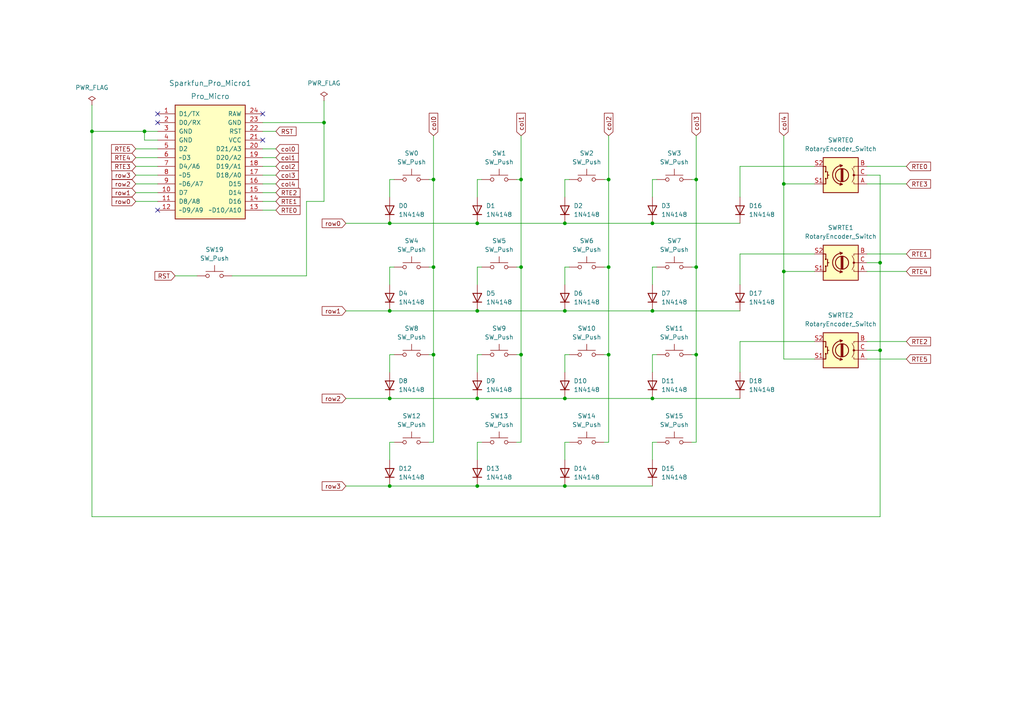
<source format=kicad_sch>
(kicad_sch (version 20211123) (generator eeschema)

  (uuid 9538e4ed-27e6-4c37-b989-9859dc0d49e8)

  (paper "A4")

  (title_block
    (title "FFT_PAD_01")
    (date "2022-04-16")
  )

  (lib_symbols
    (symbol "Arduino:Sparkfun_Pro_Micro" (pin_names (offset 1.016)) (in_bom yes) (on_board yes)
      (property "Reference" "U" (id 0) (at -8.89 21.59 0)
        (effects (font (size 1.524 1.524)))
      )
      (property "Value" "Sparkfun_Pro_Micro" (id 1) (at 0 19.05 0)
        (effects (font (size 1.524 1.524)))
      )
      (property "Footprint" "Arduino:Sparkfun_Pro_Micro" (id 2) (at 0 -16.51 0)
        (effects (font (size 1.524 1.524)) hide)
      )
      (property "Datasheet" "https://www.sparkfun.com/products/12640" (id 3) (at 2.54 -26.67 0)
        (effects (font (size 1.524 1.524)) hide)
      )
      (property "ki_keywords" "Arduino Sparkfun pro micro microcontroller module USB" (id 4) (at 0 0 0)
        (effects (font (size 1.27 1.27)) hide)
      )
      (property "ki_description" "Sparkfun Pro Micro" (id 5) (at 0 0 0)
        (effects (font (size 1.27 1.27)) hide)
      )
      (symbol "Sparkfun_Pro_Micro_0_1"
        (rectangle (start -10.16 17.78) (end 10.16 -15.24)
          (stroke (width 0.254) (type default) (color 0 0 0 0))
          (fill (type background))
        )
      )
      (symbol "Sparkfun_Pro_Micro_1_1"
        (pin bidirectional line (at -15.24 15.24 0) (length 5.08)
          (name "D1/TX" (effects (font (size 1.27 1.27))))
          (number "1" (effects (font (size 1.27 1.27))))
        )
        (pin bidirectional line (at -15.24 -7.62 0) (length 5.08)
          (name "D7" (effects (font (size 1.27 1.27))))
          (number "10" (effects (font (size 1.27 1.27))))
        )
        (pin bidirectional line (at -15.24 -10.16 0) (length 5.08)
          (name "D8/A8" (effects (font (size 1.27 1.27))))
          (number "11" (effects (font (size 1.27 1.27))))
        )
        (pin bidirectional line (at -15.24 -12.7 0) (length 5.08)
          (name "~D9/A9" (effects (font (size 1.27 1.27))))
          (number "12" (effects (font (size 1.27 1.27))))
        )
        (pin bidirectional line (at 15.24 -12.7 180) (length 5.08)
          (name "~D10/A10" (effects (font (size 1.27 1.27))))
          (number "13" (effects (font (size 1.27 1.27))))
        )
        (pin bidirectional line (at 15.24 -10.16 180) (length 5.08)
          (name "D16" (effects (font (size 1.27 1.27))))
          (number "14" (effects (font (size 1.27 1.27))))
        )
        (pin bidirectional line (at 15.24 -7.62 180) (length 5.08)
          (name "D14" (effects (font (size 1.27 1.27))))
          (number "15" (effects (font (size 1.27 1.27))))
        )
        (pin bidirectional line (at 15.24 -5.08 180) (length 5.08)
          (name "D15" (effects (font (size 1.27 1.27))))
          (number "16" (effects (font (size 1.27 1.27))))
        )
        (pin bidirectional line (at 15.24 -2.54 180) (length 5.08)
          (name "D18/A0" (effects (font (size 1.27 1.27))))
          (number "17" (effects (font (size 1.27 1.27))))
        )
        (pin bidirectional line (at 15.24 0 180) (length 5.08)
          (name "D19/A1" (effects (font (size 1.27 1.27))))
          (number "18" (effects (font (size 1.27 1.27))))
        )
        (pin bidirectional line (at 15.24 2.54 180) (length 5.08)
          (name "D20/A2" (effects (font (size 1.27 1.27))))
          (number "19" (effects (font (size 1.27 1.27))))
        )
        (pin bidirectional line (at -15.24 12.7 0) (length 5.08)
          (name "D0/RX" (effects (font (size 1.27 1.27))))
          (number "2" (effects (font (size 1.27 1.27))))
        )
        (pin bidirectional line (at 15.24 5.08 180) (length 5.08)
          (name "D21/A3" (effects (font (size 1.27 1.27))))
          (number "20" (effects (font (size 1.27 1.27))))
        )
        (pin power_in line (at 15.24 7.62 180) (length 5.08)
          (name "VCC" (effects (font (size 1.27 1.27))))
          (number "21" (effects (font (size 1.27 1.27))))
        )
        (pin input line (at 15.24 10.16 180) (length 5.08)
          (name "RST" (effects (font (size 1.27 1.27))))
          (number "22" (effects (font (size 1.27 1.27))))
        )
        (pin power_in line (at 15.24 12.7 180) (length 5.08)
          (name "GND" (effects (font (size 1.27 1.27))))
          (number "23" (effects (font (size 1.27 1.27))))
        )
        (pin power_in line (at 15.24 15.24 180) (length 5.08)
          (name "RAW" (effects (font (size 1.27 1.27))))
          (number "24" (effects (font (size 1.27 1.27))))
        )
        (pin power_in line (at -15.24 10.16 0) (length 5.08)
          (name "GND" (effects (font (size 1.27 1.27))))
          (number "3" (effects (font (size 1.27 1.27))))
        )
        (pin power_in line (at -15.24 7.62 0) (length 5.08)
          (name "GND" (effects (font (size 1.27 1.27))))
          (number "4" (effects (font (size 1.27 1.27))))
        )
        (pin bidirectional line (at -15.24 5.08 0) (length 5.08)
          (name "D2" (effects (font (size 1.27 1.27))))
          (number "5" (effects (font (size 1.27 1.27))))
        )
        (pin bidirectional line (at -15.24 2.54 0) (length 5.08)
          (name "~D3" (effects (font (size 1.27 1.27))))
          (number "6" (effects (font (size 1.27 1.27))))
        )
        (pin bidirectional line (at -15.24 0 0) (length 5.08)
          (name "D4/A6" (effects (font (size 1.27 1.27))))
          (number "7" (effects (font (size 1.27 1.27))))
        )
        (pin bidirectional line (at -15.24 -2.54 0) (length 5.08)
          (name "~D5" (effects (font (size 1.27 1.27))))
          (number "8" (effects (font (size 1.27 1.27))))
        )
        (pin bidirectional line (at -15.24 -5.08 0) (length 5.08)
          (name "~D6/A7" (effects (font (size 1.27 1.27))))
          (number "9" (effects (font (size 1.27 1.27))))
        )
      )
    )
    (symbol "Device:RotaryEncoder_Switch" (pin_names (offset 0.254) hide) (in_bom yes) (on_board yes)
      (property "Reference" "SW" (id 0) (at 0 6.604 0)
        (effects (font (size 1.27 1.27)))
      )
      (property "Value" "RotaryEncoder_Switch" (id 1) (at 0 -6.604 0)
        (effects (font (size 1.27 1.27)))
      )
      (property "Footprint" "" (id 2) (at -3.81 4.064 0)
        (effects (font (size 1.27 1.27)) hide)
      )
      (property "Datasheet" "~" (id 3) (at 0 6.604 0)
        (effects (font (size 1.27 1.27)) hide)
      )
      (property "ki_keywords" "rotary switch encoder switch push button" (id 4) (at 0 0 0)
        (effects (font (size 1.27 1.27)) hide)
      )
      (property "ki_description" "Rotary encoder, dual channel, incremental quadrate outputs, with switch" (id 5) (at 0 0 0)
        (effects (font (size 1.27 1.27)) hide)
      )
      (property "ki_fp_filters" "RotaryEncoder*Switch*" (id 6) (at 0 0 0)
        (effects (font (size 1.27 1.27)) hide)
      )
      (symbol "RotaryEncoder_Switch_0_1"
        (rectangle (start -5.08 5.08) (end 5.08 -5.08)
          (stroke (width 0.254) (type default) (color 0 0 0 0))
          (fill (type background))
        )
        (circle (center -3.81 0) (radius 0.254)
          (stroke (width 0) (type default) (color 0 0 0 0))
          (fill (type outline))
        )
        (arc (start -0.381 -2.794) (mid 2.3622 -0.0508) (end -0.381 2.667)
          (stroke (width 0.254) (type default) (color 0 0 0 0))
          (fill (type none))
        )
        (circle (center -0.381 0) (radius 1.905)
          (stroke (width 0.254) (type default) (color 0 0 0 0))
          (fill (type none))
        )
        (polyline
          (pts
            (xy -0.635 -1.778)
            (xy -0.635 1.778)
          )
          (stroke (width 0.254) (type default) (color 0 0 0 0))
          (fill (type none))
        )
        (polyline
          (pts
            (xy -0.381 -1.778)
            (xy -0.381 1.778)
          )
          (stroke (width 0.254) (type default) (color 0 0 0 0))
          (fill (type none))
        )
        (polyline
          (pts
            (xy -0.127 1.778)
            (xy -0.127 -1.778)
          )
          (stroke (width 0.254) (type default) (color 0 0 0 0))
          (fill (type none))
        )
        (polyline
          (pts
            (xy 3.81 0)
            (xy 3.429 0)
          )
          (stroke (width 0.254) (type default) (color 0 0 0 0))
          (fill (type none))
        )
        (polyline
          (pts
            (xy 3.81 1.016)
            (xy 3.81 -1.016)
          )
          (stroke (width 0.254) (type default) (color 0 0 0 0))
          (fill (type none))
        )
        (polyline
          (pts
            (xy -5.08 -2.54)
            (xy -3.81 -2.54)
            (xy -3.81 -2.032)
          )
          (stroke (width 0) (type default) (color 0 0 0 0))
          (fill (type none))
        )
        (polyline
          (pts
            (xy -5.08 2.54)
            (xy -3.81 2.54)
            (xy -3.81 2.032)
          )
          (stroke (width 0) (type default) (color 0 0 0 0))
          (fill (type none))
        )
        (polyline
          (pts
            (xy 0.254 -3.048)
            (xy -0.508 -2.794)
            (xy 0.127 -2.413)
          )
          (stroke (width 0.254) (type default) (color 0 0 0 0))
          (fill (type none))
        )
        (polyline
          (pts
            (xy 0.254 2.921)
            (xy -0.508 2.667)
            (xy 0.127 2.286)
          )
          (stroke (width 0.254) (type default) (color 0 0 0 0))
          (fill (type none))
        )
        (polyline
          (pts
            (xy 5.08 -2.54)
            (xy 4.318 -2.54)
            (xy 4.318 -1.016)
          )
          (stroke (width 0.254) (type default) (color 0 0 0 0))
          (fill (type none))
        )
        (polyline
          (pts
            (xy 5.08 2.54)
            (xy 4.318 2.54)
            (xy 4.318 1.016)
          )
          (stroke (width 0.254) (type default) (color 0 0 0 0))
          (fill (type none))
        )
        (polyline
          (pts
            (xy -5.08 0)
            (xy -3.81 0)
            (xy -3.81 -1.016)
            (xy -3.302 -2.032)
          )
          (stroke (width 0) (type default) (color 0 0 0 0))
          (fill (type none))
        )
        (polyline
          (pts
            (xy -4.318 0)
            (xy -3.81 0)
            (xy -3.81 1.016)
            (xy -3.302 2.032)
          )
          (stroke (width 0) (type default) (color 0 0 0 0))
          (fill (type none))
        )
        (circle (center 4.318 -1.016) (radius 0.127)
          (stroke (width 0.254) (type default) (color 0 0 0 0))
          (fill (type none))
        )
        (circle (center 4.318 1.016) (radius 0.127)
          (stroke (width 0.254) (type default) (color 0 0 0 0))
          (fill (type none))
        )
      )
      (symbol "RotaryEncoder_Switch_1_1"
        (pin passive line (at -7.62 2.54 0) (length 2.54)
          (name "A" (effects (font (size 1.27 1.27))))
          (number "A" (effects (font (size 1.27 1.27))))
        )
        (pin passive line (at -7.62 -2.54 0) (length 2.54)
          (name "B" (effects (font (size 1.27 1.27))))
          (number "B" (effects (font (size 1.27 1.27))))
        )
        (pin passive line (at -7.62 0 0) (length 2.54)
          (name "C" (effects (font (size 1.27 1.27))))
          (number "C" (effects (font (size 1.27 1.27))))
        )
        (pin passive line (at 7.62 2.54 180) (length 2.54)
          (name "S1" (effects (font (size 1.27 1.27))))
          (number "S1" (effects (font (size 1.27 1.27))))
        )
        (pin passive line (at 7.62 -2.54 180) (length 2.54)
          (name "S2" (effects (font (size 1.27 1.27))))
          (number "S2" (effects (font (size 1.27 1.27))))
        )
      )
    )
    (symbol "Diode:1N4148" (pin_numbers hide) (pin_names (offset 1.016) hide) (in_bom yes) (on_board yes)
      (property "Reference" "D" (id 0) (at 0 2.54 0)
        (effects (font (size 1.27 1.27)))
      )
      (property "Value" "1N4148" (id 1) (at 0 -2.54 0)
        (effects (font (size 1.27 1.27)))
      )
      (property "Footprint" "Diode_THT:D_DO-35_SOD27_P7.62mm_Horizontal" (id 2) (at 0 -4.445 0)
        (effects (font (size 1.27 1.27)) hide)
      )
      (property "Datasheet" "https://assets.nexperia.com/documents/data-sheet/1N4148_1N4448.pdf" (id 3) (at 0 0 0)
        (effects (font (size 1.27 1.27)) hide)
      )
      (property "ki_keywords" "diode" (id 4) (at 0 0 0)
        (effects (font (size 1.27 1.27)) hide)
      )
      (property "ki_description" "100V 0.15A standard switching diode, DO-35" (id 5) (at 0 0 0)
        (effects (font (size 1.27 1.27)) hide)
      )
      (property "ki_fp_filters" "D*DO?35*" (id 6) (at 0 0 0)
        (effects (font (size 1.27 1.27)) hide)
      )
      (symbol "1N4148_0_1"
        (polyline
          (pts
            (xy -1.27 1.27)
            (xy -1.27 -1.27)
          )
          (stroke (width 0.254) (type default) (color 0 0 0 0))
          (fill (type none))
        )
        (polyline
          (pts
            (xy 1.27 0)
            (xy -1.27 0)
          )
          (stroke (width 0) (type default) (color 0 0 0 0))
          (fill (type none))
        )
        (polyline
          (pts
            (xy 1.27 1.27)
            (xy 1.27 -1.27)
            (xy -1.27 0)
            (xy 1.27 1.27)
          )
          (stroke (width 0.254) (type default) (color 0 0 0 0))
          (fill (type none))
        )
      )
      (symbol "1N4148_1_1"
        (pin passive line (at -3.81 0 0) (length 2.54)
          (name "K" (effects (font (size 1.27 1.27))))
          (number "1" (effects (font (size 1.27 1.27))))
        )
        (pin passive line (at 3.81 0 180) (length 2.54)
          (name "A" (effects (font (size 1.27 1.27))))
          (number "2" (effects (font (size 1.27 1.27))))
        )
      )
    )
    (symbol "Switch:SW_Push" (pin_numbers hide) (pin_names (offset 1.016) hide) (in_bom yes) (on_board yes)
      (property "Reference" "SW" (id 0) (at 1.27 2.54 0)
        (effects (font (size 1.27 1.27)) (justify left))
      )
      (property "Value" "SW_Push" (id 1) (at 0 -1.524 0)
        (effects (font (size 1.27 1.27)))
      )
      (property "Footprint" "" (id 2) (at 0 5.08 0)
        (effects (font (size 1.27 1.27)) hide)
      )
      (property "Datasheet" "~" (id 3) (at 0 5.08 0)
        (effects (font (size 1.27 1.27)) hide)
      )
      (property "ki_keywords" "switch normally-open pushbutton push-button" (id 4) (at 0 0 0)
        (effects (font (size 1.27 1.27)) hide)
      )
      (property "ki_description" "Push button switch, generic, two pins" (id 5) (at 0 0 0)
        (effects (font (size 1.27 1.27)) hide)
      )
      (symbol "SW_Push_0_1"
        (circle (center -2.032 0) (radius 0.508)
          (stroke (width 0) (type default) (color 0 0 0 0))
          (fill (type none))
        )
        (polyline
          (pts
            (xy 0 1.27)
            (xy 0 3.048)
          )
          (stroke (width 0) (type default) (color 0 0 0 0))
          (fill (type none))
        )
        (polyline
          (pts
            (xy 2.54 1.27)
            (xy -2.54 1.27)
          )
          (stroke (width 0) (type default) (color 0 0 0 0))
          (fill (type none))
        )
        (circle (center 2.032 0) (radius 0.508)
          (stroke (width 0) (type default) (color 0 0 0 0))
          (fill (type none))
        )
        (pin passive line (at -5.08 0 0) (length 2.54)
          (name "1" (effects (font (size 1.27 1.27))))
          (number "1" (effects (font (size 1.27 1.27))))
        )
        (pin passive line (at 5.08 0 180) (length 2.54)
          (name "2" (effects (font (size 1.27 1.27))))
          (number "2" (effects (font (size 1.27 1.27))))
        )
      )
    )
    (symbol "power:PWR_FLAG" (power) (pin_numbers hide) (pin_names (offset 0) hide) (in_bom yes) (on_board yes)
      (property "Reference" "#FLG" (id 0) (at 0 1.905 0)
        (effects (font (size 1.27 1.27)) hide)
      )
      (property "Value" "PWR_FLAG" (id 1) (at 0 3.81 0)
        (effects (font (size 1.27 1.27)))
      )
      (property "Footprint" "" (id 2) (at 0 0 0)
        (effects (font (size 1.27 1.27)) hide)
      )
      (property "Datasheet" "~" (id 3) (at 0 0 0)
        (effects (font (size 1.27 1.27)) hide)
      )
      (property "ki_keywords" "power-flag" (id 4) (at 0 0 0)
        (effects (font (size 1.27 1.27)) hide)
      )
      (property "ki_description" "Special symbol for telling ERC where power comes from" (id 5) (at 0 0 0)
        (effects (font (size 1.27 1.27)) hide)
      )
      (symbol "PWR_FLAG_0_0"
        (pin power_out line (at 0 0 90) (length 0)
          (name "pwr" (effects (font (size 1.27 1.27))))
          (number "1" (effects (font (size 1.27 1.27))))
        )
      )
      (symbol "PWR_FLAG_0_1"
        (polyline
          (pts
            (xy 0 0)
            (xy 0 1.27)
            (xy -1.016 1.905)
            (xy 0 2.54)
            (xy 1.016 1.905)
            (xy 0 1.27)
          )
          (stroke (width 0) (type default) (color 0 0 0 0))
          (fill (type none))
        )
      )
    )
  )

  (junction (at 255.27 76.2) (diameter 0) (color 0 0 0 0)
    (uuid 027be1a7-bbba-48b5-ab28-9787fa80afde)
  )
  (junction (at 176.53 102.87) (diameter 0) (color 0 0 0 0)
    (uuid 063e2100-7f26-4168-8a68-b06307da91fc)
  )
  (junction (at 138.43 140.97) (diameter 0) (color 0 0 0 0)
    (uuid 17e19851-1811-4d34-99a7-885ac3ce6ffa)
  )
  (junction (at 176.53 52.07) (diameter 0) (color 0 0 0 0)
    (uuid 1edce3ca-8a28-447b-91f6-c4274f6519ac)
  )
  (junction (at 26.67 38.1) (diameter 0) (color 0 0 0 0)
    (uuid 1f74d5a2-0748-4c65-9121-b606ab55741e)
  )
  (junction (at 151.13 102.87) (diameter 0) (color 0 0 0 0)
    (uuid 1f9e2d47-997c-47e8-8b26-64cef6aa2b14)
  )
  (junction (at 125.73 102.87) (diameter 0) (color 0 0 0 0)
    (uuid 27df13aa-cce6-46f3-acc2-bd08ab033969)
  )
  (junction (at 201.93 77.47) (diameter 0) (color 0 0 0 0)
    (uuid 372e967f-442e-4238-97db-a11d14eb681e)
  )
  (junction (at 227.33 53.34) (diameter 0) (color 0 0 0 0)
    (uuid 3758f603-8593-4a79-b340-d98c6ba1d2f1)
  )
  (junction (at 125.73 77.47) (diameter 0) (color 0 0 0 0)
    (uuid 39c10a4b-a2ee-43ce-9025-80320745b3bf)
  )
  (junction (at 125.73 52.07) (diameter 0) (color 0 0 0 0)
    (uuid 43a44a91-2d99-47e3-9d0c-dd05b43092e7)
  )
  (junction (at 138.43 90.17) (diameter 0) (color 0 0 0 0)
    (uuid 4b8eaf8f-e6eb-4a48-9c07-9cff4878e620)
  )
  (junction (at 163.83 90.17) (diameter 0) (color 0 0 0 0)
    (uuid 53ed8e4c-b200-4fe3-964c-48c697c6009e)
  )
  (junction (at 151.13 52.07) (diameter 0) (color 0 0 0 0)
    (uuid 6b568bea-a49c-4c40-a500-fb79633047ab)
  )
  (junction (at 151.13 77.47) (diameter 0) (color 0 0 0 0)
    (uuid 7f04b891-d698-40a2-94fe-9e7a7bee15d6)
  )
  (junction (at 189.23 64.77) (diameter 0) (color 0 0 0 0)
    (uuid 8f5fd7e1-fcd5-4cfc-a58b-d5c6ccdb8d06)
  )
  (junction (at 113.03 140.97) (diameter 0) (color 0 0 0 0)
    (uuid 9f5c8f00-3015-44bc-a767-3ecc61ef885b)
  )
  (junction (at 255.27 101.6) (diameter 0) (color 0 0 0 0)
    (uuid aecf38ec-8071-44b0-a51e-20cde26c3a9d)
  )
  (junction (at 113.03 115.57) (diameter 0) (color 0 0 0 0)
    (uuid b0901fe6-3143-494c-8550-384cf06a7426)
  )
  (junction (at 113.03 90.17) (diameter 0) (color 0 0 0 0)
    (uuid b6307bc2-fd24-4cea-a02d-bb4c7029e7d0)
  )
  (junction (at 138.43 115.57) (diameter 0) (color 0 0 0 0)
    (uuid b6a4f5bb-8e3b-44de-8305-bbd00dd82d0b)
  )
  (junction (at 201.93 52.07) (diameter 0) (color 0 0 0 0)
    (uuid c88dc4eb-ebad-47a7-9b87-e67040e28bb5)
  )
  (junction (at 176.53 77.47) (diameter 0) (color 0 0 0 0)
    (uuid d4239290-f1cc-4cc0-8538-7d300f227fcb)
  )
  (junction (at 227.33 78.74) (diameter 0) (color 0 0 0 0)
    (uuid dc049561-1371-4b00-a4c3-6052d0b5a316)
  )
  (junction (at 138.43 64.77) (diameter 0) (color 0 0 0 0)
    (uuid dd75336f-23e7-483c-8cd3-f02275b9b8be)
  )
  (junction (at 41.91 38.1) (diameter 0) (color 0 0 0 0)
    (uuid e237ecd8-a498-434f-a057-4500501a59c7)
  )
  (junction (at 113.03 64.77) (diameter 0) (color 0 0 0 0)
    (uuid e6e85671-9581-411b-a697-11c4e2c7f87b)
  )
  (junction (at 163.83 140.97) (diameter 0) (color 0 0 0 0)
    (uuid e72a8697-9134-42e7-9430-3e1bffc396dc)
  )
  (junction (at 163.83 64.77) (diameter 0) (color 0 0 0 0)
    (uuid ea311807-5ea1-44b0-b1d9-4cd5686d7319)
  )
  (junction (at 189.23 115.57) (diameter 0) (color 0 0 0 0)
    (uuid ec751e2a-6028-4402-ad66-29146c9fcc29)
  )
  (junction (at 201.93 102.87) (diameter 0) (color 0 0 0 0)
    (uuid ee7bc966-2497-4531-9bb4-b1e3e78c2fd9)
  )
  (junction (at 189.23 90.17) (diameter 0) (color 0 0 0 0)
    (uuid f138e03f-d7cb-4952-8567-4c9b80bf9b74)
  )
  (junction (at 93.98 35.56) (diameter 0) (color 0 0 0 0)
    (uuid f70ef64b-f303-42c5-8ef6-95386645d02d)
  )
  (junction (at 163.83 115.57) (diameter 0) (color 0 0 0 0)
    (uuid f7e4e641-b444-48a6-937c-b1c0c1cc267d)
  )

  (no_connect (at 76.2 40.64) (uuid 4150b5a1-38c7-47b8-84f2-51faf3ed24b2))
  (no_connect (at 45.72 33.02) (uuid dbc2a7cd-5dab-428a-804e-724f8233036f))
  (no_connect (at 45.72 60.96) (uuid dbc2a7cd-5dab-428a-804e-724f82330370))
  (no_connect (at 45.72 35.56) (uuid dbc2a7cd-5dab-428a-804e-724f82330371))
  (no_connect (at 76.2 33.02) (uuid dbc2a7cd-5dab-428a-804e-724f82330372))

  (wire (pts (xy 201.93 52.07) (xy 200.66 52.07))
    (stroke (width 0) (type default) (color 0 0 0 0))
    (uuid 0116c3ab-30d8-406b-9ed2-782b742401b7)
  )
  (wire (pts (xy 214.63 48.26) (xy 236.22 48.26))
    (stroke (width 0) (type default) (color 0 0 0 0))
    (uuid 01413c56-5242-4988-9b48-5d4fdedf5e24)
  )
  (wire (pts (xy 163.83 102.87) (xy 165.1 102.87))
    (stroke (width 0) (type default) (color 0 0 0 0))
    (uuid 0500914e-e75f-46ba-9b4b-f1e4bd1102fd)
  )
  (wire (pts (xy 214.63 48.26) (xy 214.63 57.15))
    (stroke (width 0) (type default) (color 0 0 0 0))
    (uuid 0567f02b-a62c-4c43-9c29-d2d384d84010)
  )
  (wire (pts (xy 138.43 133.35) (xy 138.43 128.27))
    (stroke (width 0) (type default) (color 0 0 0 0))
    (uuid 0c087a49-972b-4dd5-b142-8488b36ef9a9)
  )
  (wire (pts (xy 151.13 52.07) (xy 149.86 52.07))
    (stroke (width 0) (type default) (color 0 0 0 0))
    (uuid 0c45a35f-c34b-45cb-b023-72a9c1400835)
  )
  (wire (pts (xy 176.53 77.47) (xy 176.53 102.87))
    (stroke (width 0) (type default) (color 0 0 0 0))
    (uuid 0c855dee-7990-474e-80ad-0267b658bd4a)
  )
  (wire (pts (xy 189.23 133.35) (xy 189.23 128.27))
    (stroke (width 0) (type default) (color 0 0 0 0))
    (uuid 1273187b-2d13-4c11-a988-f9c4a792fb14)
  )
  (wire (pts (xy 176.53 128.27) (xy 175.26 128.27))
    (stroke (width 0) (type default) (color 0 0 0 0))
    (uuid 1278b9ab-5c70-4ac0-aabd-1a8365014321)
  )
  (wire (pts (xy 255.27 101.6) (xy 255.27 76.2))
    (stroke (width 0) (type default) (color 0 0 0 0))
    (uuid 12fd3144-8117-4cd1-8891-15adc81d2a84)
  )
  (wire (pts (xy 163.83 77.47) (xy 165.1 77.47))
    (stroke (width 0) (type default) (color 0 0 0 0))
    (uuid 152de08d-d296-420f-8556-581f6146431b)
  )
  (wire (pts (xy 76.2 45.72) (xy 80.01 45.72))
    (stroke (width 0) (type default) (color 0 0 0 0))
    (uuid 16194652-9cc2-43b7-af20-69bb685300f0)
  )
  (wire (pts (xy 176.53 52.07) (xy 176.53 77.47))
    (stroke (width 0) (type default) (color 0 0 0 0))
    (uuid 1ac8b61d-1515-4794-9e84-cffb52c3ee86)
  )
  (wire (pts (xy 113.03 133.35) (xy 113.03 128.27))
    (stroke (width 0) (type default) (color 0 0 0 0))
    (uuid 1c833ebe-238b-4716-90be-440dd66ad194)
  )
  (wire (pts (xy 163.83 133.35) (xy 163.83 128.27))
    (stroke (width 0) (type default) (color 0 0 0 0))
    (uuid 1cf81cca-1e26-4ce8-b4e8-6780fe7c5643)
  )
  (wire (pts (xy 227.33 53.34) (xy 236.22 53.34))
    (stroke (width 0) (type default) (color 0 0 0 0))
    (uuid 1e6349bc-2817-44be-9740-c0208b0f4130)
  )
  (wire (pts (xy 39.37 43.18) (xy 45.72 43.18))
    (stroke (width 0) (type default) (color 0 0 0 0))
    (uuid 20c381b7-a4f5-4bd3-80e8-6dd9ead7310d)
  )
  (wire (pts (xy 39.37 58.42) (xy 45.72 58.42))
    (stroke (width 0) (type default) (color 0 0 0 0))
    (uuid 22a1a0fb-27d8-4eba-b0fe-74f68d596b8a)
  )
  (wire (pts (xy 151.13 52.07) (xy 151.13 77.47))
    (stroke (width 0) (type default) (color 0 0 0 0))
    (uuid 25efdc90-ecad-4484-aa56-89c1222b1aad)
  )
  (wire (pts (xy 251.46 101.6) (xy 255.27 101.6))
    (stroke (width 0) (type default) (color 0 0 0 0))
    (uuid 2653b6e0-9f32-47de-a488-18794d6b9cb3)
  )
  (wire (pts (xy 227.33 78.74) (xy 236.22 78.74))
    (stroke (width 0) (type default) (color 0 0 0 0))
    (uuid 26b724f8-e21b-4adf-bc9b-ae7d7b64ff16)
  )
  (wire (pts (xy 251.46 73.66) (xy 262.89 73.66))
    (stroke (width 0) (type default) (color 0 0 0 0))
    (uuid 2b0c2221-d9f0-40cd-b082-d2c561c5f4d6)
  )
  (wire (pts (xy 163.83 52.07) (xy 165.1 52.07))
    (stroke (width 0) (type default) (color 0 0 0 0))
    (uuid 2bb717c8-f68d-4ba1-a5d2-00b9cf6584d0)
  )
  (wire (pts (xy 255.27 50.8) (xy 251.46 50.8))
    (stroke (width 0) (type default) (color 0 0 0 0))
    (uuid 2c83c3fc-69a2-42db-bb47-9d5d5030d660)
  )
  (wire (pts (xy 189.23 90.17) (xy 214.63 90.17))
    (stroke (width 0) (type default) (color 0 0 0 0))
    (uuid 2dac31a4-6bff-4324-a0cf-f951461a4c69)
  )
  (wire (pts (xy 41.91 40.64) (xy 41.91 38.1))
    (stroke (width 0) (type default) (color 0 0 0 0))
    (uuid 2feccf5c-f2aa-4ff8-b198-5bdba0ad5714)
  )
  (wire (pts (xy 163.83 90.17) (xy 189.23 90.17))
    (stroke (width 0) (type default) (color 0 0 0 0))
    (uuid 317fe3eb-8d7e-4985-acfe-237c47de8dc5)
  )
  (wire (pts (xy 125.73 52.07) (xy 125.73 77.47))
    (stroke (width 0) (type default) (color 0 0 0 0))
    (uuid 32768694-8721-4e73-8c7b-735337365c7a)
  )
  (wire (pts (xy 189.23 57.15) (xy 189.23 52.07))
    (stroke (width 0) (type default) (color 0 0 0 0))
    (uuid 33dd5c2b-8e38-41d4-9652-6e1d4e151b20)
  )
  (wire (pts (xy 26.67 149.86) (xy 255.27 149.86))
    (stroke (width 0) (type default) (color 0 0 0 0))
    (uuid 33ee94d7-5fbb-46d6-9c9a-bd5a979176cb)
  )
  (wire (pts (xy 255.27 101.6) (xy 255.27 149.86))
    (stroke (width 0) (type default) (color 0 0 0 0))
    (uuid 354d0e7f-ea7e-4492-89c3-7835544f0ddd)
  )
  (wire (pts (xy 93.98 35.56) (xy 93.98 58.42))
    (stroke (width 0) (type default) (color 0 0 0 0))
    (uuid 38e8ccad-d5b2-4163-94ef-15ad7f929015)
  )
  (wire (pts (xy 151.13 102.87) (xy 149.86 102.87))
    (stroke (width 0) (type default) (color 0 0 0 0))
    (uuid 39ab791d-2d84-4265-9f62-34f3c1f3948f)
  )
  (wire (pts (xy 236.22 104.14) (xy 227.33 104.14))
    (stroke (width 0) (type default) (color 0 0 0 0))
    (uuid 3bc6897a-e170-4de4-a080-ec8b777a1568)
  )
  (wire (pts (xy 189.23 115.57) (xy 214.63 115.57))
    (stroke (width 0) (type default) (color 0 0 0 0))
    (uuid 45c8b0ed-1123-4212-a189-3ae3bb7034bc)
  )
  (wire (pts (xy 125.73 77.47) (xy 124.46 77.47))
    (stroke (width 0) (type default) (color 0 0 0 0))
    (uuid 49c92904-1e07-4d7d-8550-5f75fd67e284)
  )
  (wire (pts (xy 163.83 140.97) (xy 189.23 140.97))
    (stroke (width 0) (type default) (color 0 0 0 0))
    (uuid 4cde1f4c-9a33-4375-a4b6-c4d501c03d5d)
  )
  (wire (pts (xy 151.13 39.37) (xy 151.13 52.07))
    (stroke (width 0) (type default) (color 0 0 0 0))
    (uuid 4ebbcbb6-93d7-49eb-b0f2-c559b7214e45)
  )
  (wire (pts (xy 163.83 115.57) (xy 189.23 115.57))
    (stroke (width 0) (type default) (color 0 0 0 0))
    (uuid 4f2dd731-da42-4d56-a989-68484266efe0)
  )
  (wire (pts (xy 26.67 30.48) (xy 26.67 38.1))
    (stroke (width 0) (type default) (color 0 0 0 0))
    (uuid 50464967-d915-44d1-8538-d0a16d535d25)
  )
  (wire (pts (xy 41.91 38.1) (xy 26.67 38.1))
    (stroke (width 0) (type default) (color 0 0 0 0))
    (uuid 532932d2-42a0-474d-9660-1de596ea6b8c)
  )
  (wire (pts (xy 201.93 102.87) (xy 200.66 102.87))
    (stroke (width 0) (type default) (color 0 0 0 0))
    (uuid 5965681c-ebbb-4e06-99b5-cb3cc4d0cff6)
  )
  (wire (pts (xy 39.37 48.26) (xy 45.72 48.26))
    (stroke (width 0) (type default) (color 0 0 0 0))
    (uuid 5a8cd84c-7c67-4121-b335-393dae5aefc1)
  )
  (wire (pts (xy 138.43 64.77) (xy 163.83 64.77))
    (stroke (width 0) (type default) (color 0 0 0 0))
    (uuid 5abf5937-d46d-432b-a45b-29a67640251b)
  )
  (wire (pts (xy 76.2 53.34) (xy 80.01 53.34))
    (stroke (width 0) (type default) (color 0 0 0 0))
    (uuid 5b087235-0964-4dd2-94ab-cbad1aae49b3)
  )
  (wire (pts (xy 76.2 55.88) (xy 80.01 55.88))
    (stroke (width 0) (type default) (color 0 0 0 0))
    (uuid 5b93543b-a371-4181-af06-f0841b65643a)
  )
  (wire (pts (xy 100.33 90.17) (xy 113.03 90.17))
    (stroke (width 0) (type default) (color 0 0 0 0))
    (uuid 5d764abd-b58f-4ade-a5c2-a3b9f4754c6b)
  )
  (wire (pts (xy 201.93 77.47) (xy 200.66 77.47))
    (stroke (width 0) (type default) (color 0 0 0 0))
    (uuid 5f42355a-4770-4fb6-b86f-9b743b7c59b4)
  )
  (wire (pts (xy 251.46 104.14) (xy 262.89 104.14))
    (stroke (width 0) (type default) (color 0 0 0 0))
    (uuid 5f97134b-dc26-4140-b23d-5390775f889e)
  )
  (wire (pts (xy 26.67 38.1) (xy 26.67 149.86))
    (stroke (width 0) (type default) (color 0 0 0 0))
    (uuid 5fdab9fc-0955-4c71-8c4d-e9e2cd84d784)
  )
  (wire (pts (xy 151.13 102.87) (xy 151.13 128.27))
    (stroke (width 0) (type default) (color 0 0 0 0))
    (uuid 613fe263-e4cd-40ba-90ef-d10572c1a377)
  )
  (wire (pts (xy 189.23 102.87) (xy 190.5 102.87))
    (stroke (width 0) (type default) (color 0 0 0 0))
    (uuid 61964576-81c7-4ad6-a634-fb0752008505)
  )
  (wire (pts (xy 151.13 77.47) (xy 151.13 102.87))
    (stroke (width 0) (type default) (color 0 0 0 0))
    (uuid 61e63ca2-fd63-43b7-a079-dca37d9f7f13)
  )
  (wire (pts (xy 201.93 52.07) (xy 201.93 77.47))
    (stroke (width 0) (type default) (color 0 0 0 0))
    (uuid 61ea863c-3f90-4719-8b85-0af2b6a07959)
  )
  (wire (pts (xy 76.2 48.26) (xy 80.01 48.26))
    (stroke (width 0) (type default) (color 0 0 0 0))
    (uuid 68ceb164-4e87-497b-8a22-f04064871a9d)
  )
  (wire (pts (xy 138.43 52.07) (xy 139.7 52.07))
    (stroke (width 0) (type default) (color 0 0 0 0))
    (uuid 6e03df7a-21bf-4b0d-bd23-860c79f817fa)
  )
  (wire (pts (xy 176.53 52.07) (xy 175.26 52.07))
    (stroke (width 0) (type default) (color 0 0 0 0))
    (uuid 71ec077a-1175-4fc0-930c-9f0e4f17e312)
  )
  (wire (pts (xy 163.83 57.15) (xy 163.83 52.07))
    (stroke (width 0) (type default) (color 0 0 0 0))
    (uuid 75412ce0-ebc3-4d24-898d-a6f4b0f6b8c7)
  )
  (wire (pts (xy 113.03 64.77) (xy 138.43 64.77))
    (stroke (width 0) (type default) (color 0 0 0 0))
    (uuid 79f430cc-fb83-45d9-a4da-17028e87b1aa)
  )
  (wire (pts (xy 100.33 64.77) (xy 113.03 64.77))
    (stroke (width 0) (type default) (color 0 0 0 0))
    (uuid 7be2297e-735e-4cee-abcd-2cf163a0dede)
  )
  (wire (pts (xy 189.23 64.77) (xy 214.63 64.77))
    (stroke (width 0) (type default) (color 0 0 0 0))
    (uuid 7e9583a7-4fb4-4c32-9391-80e5a857102c)
  )
  (wire (pts (xy 176.53 39.37) (xy 176.53 52.07))
    (stroke (width 0) (type default) (color 0 0 0 0))
    (uuid 81e1b70b-5b93-471e-98d3-3aef05bea179)
  )
  (wire (pts (xy 113.03 128.27) (xy 114.3 128.27))
    (stroke (width 0) (type default) (color 0 0 0 0))
    (uuid 85aa1605-13e2-45a7-ad0e-1aa7cdd51008)
  )
  (wire (pts (xy 163.83 107.95) (xy 163.83 102.87))
    (stroke (width 0) (type default) (color 0 0 0 0))
    (uuid 8630ee4a-8374-4dec-a1ec-59e1dccd3582)
  )
  (wire (pts (xy 93.98 58.42) (xy 88.9 58.42))
    (stroke (width 0) (type default) (color 0 0 0 0))
    (uuid 88b00517-35e2-436e-b4f9-6cc3e15d0799)
  )
  (wire (pts (xy 189.23 128.27) (xy 190.5 128.27))
    (stroke (width 0) (type default) (color 0 0 0 0))
    (uuid 896dca74-0e59-476a-b005-933fb2501f63)
  )
  (wire (pts (xy 138.43 107.95) (xy 138.43 102.87))
    (stroke (width 0) (type default) (color 0 0 0 0))
    (uuid 89c36231-5e08-4198-b7ac-09411dba8e67)
  )
  (wire (pts (xy 45.72 38.1) (xy 41.91 38.1))
    (stroke (width 0) (type default) (color 0 0 0 0))
    (uuid 8c81d1d9-e222-4fcb-ac35-1b9881cda239)
  )
  (wire (pts (xy 76.2 35.56) (xy 93.98 35.56))
    (stroke (width 0) (type default) (color 0 0 0 0))
    (uuid 8ce6efa0-29ac-4f45-bad5-11b06a13ec1e)
  )
  (wire (pts (xy 227.33 53.34) (xy 227.33 78.74))
    (stroke (width 0) (type default) (color 0 0 0 0))
    (uuid 8d920bcf-26a1-4adb-9f13-a7ba6a193bb1)
  )
  (wire (pts (xy 138.43 128.27) (xy 139.7 128.27))
    (stroke (width 0) (type default) (color 0 0 0 0))
    (uuid 8dd081fc-00a3-4f1d-a01a-28eab207038a)
  )
  (wire (pts (xy 189.23 82.55) (xy 189.23 77.47))
    (stroke (width 0) (type default) (color 0 0 0 0))
    (uuid 904e7e67-938e-4ed2-b771-bf5fa8c1aaa8)
  )
  (wire (pts (xy 176.53 77.47) (xy 175.26 77.47))
    (stroke (width 0) (type default) (color 0 0 0 0))
    (uuid 939ca399-8b6f-4fe4-a650-60584fa0a2ce)
  )
  (wire (pts (xy 138.43 115.57) (xy 163.83 115.57))
    (stroke (width 0) (type default) (color 0 0 0 0))
    (uuid 96230ebd-e2f9-47a2-9c79-2eb4353fcba9)
  )
  (wire (pts (xy 113.03 115.57) (xy 138.43 115.57))
    (stroke (width 0) (type default) (color 0 0 0 0))
    (uuid 96674030-0884-4abd-9544-eaa6c01509ad)
  )
  (wire (pts (xy 67.31 80.01) (xy 88.9 80.01))
    (stroke (width 0) (type default) (color 0 0 0 0))
    (uuid 9df2c576-4238-4a1d-a350-e5e93fa15f23)
  )
  (wire (pts (xy 125.73 52.07) (xy 124.46 52.07))
    (stroke (width 0) (type default) (color 0 0 0 0))
    (uuid 9f114bef-ead2-4fa5-8e8c-48f4949e986f)
  )
  (wire (pts (xy 251.46 53.34) (xy 262.89 53.34))
    (stroke (width 0) (type default) (color 0 0 0 0))
    (uuid 9f6c19d4-8662-4e7b-acc6-143bcf2f32d1)
  )
  (wire (pts (xy 138.43 102.87) (xy 139.7 102.87))
    (stroke (width 0) (type default) (color 0 0 0 0))
    (uuid 9f75bc59-8dec-44a1-b070-a9e0bc2aa072)
  )
  (wire (pts (xy 138.43 57.15) (xy 138.43 52.07))
    (stroke (width 0) (type default) (color 0 0 0 0))
    (uuid 9f868607-ac58-40e8-a3a5-8ad3f38537fc)
  )
  (wire (pts (xy 201.93 128.27) (xy 200.66 128.27))
    (stroke (width 0) (type default) (color 0 0 0 0))
    (uuid a1a18400-c8d5-437f-9c91-70753af3c5af)
  )
  (wire (pts (xy 125.73 39.37) (xy 125.73 52.07))
    (stroke (width 0) (type default) (color 0 0 0 0))
    (uuid a3d1f8a3-cfff-4b4b-a1a8-b6b31d320c3a)
  )
  (wire (pts (xy 201.93 39.37) (xy 201.93 52.07))
    (stroke (width 0) (type default) (color 0 0 0 0))
    (uuid a5157d7b-ee4f-41d6-949f-ec8f45b45eda)
  )
  (wire (pts (xy 39.37 55.88) (xy 45.72 55.88))
    (stroke (width 0) (type default) (color 0 0 0 0))
    (uuid a673db69-92f9-4a7f-b3f8-81452063791f)
  )
  (wire (pts (xy 176.53 102.87) (xy 176.53 128.27))
    (stroke (width 0) (type default) (color 0 0 0 0))
    (uuid a7ca96e5-1d88-46e5-a31b-2f19e00348a0)
  )
  (wire (pts (xy 227.33 78.74) (xy 227.33 104.14))
    (stroke (width 0) (type default) (color 0 0 0 0))
    (uuid aac6092f-3d99-43c4-a87e-a8e2a44fdfd7)
  )
  (wire (pts (xy 255.27 76.2) (xy 255.27 50.8))
    (stroke (width 0) (type default) (color 0 0 0 0))
    (uuid abf1debb-ba2b-4b5e-8a5d-9e3cc669a4ab)
  )
  (wire (pts (xy 76.2 43.18) (xy 80.01 43.18))
    (stroke (width 0) (type default) (color 0 0 0 0))
    (uuid ac4c8f26-6862-4686-a63f-ba999f649c57)
  )
  (wire (pts (xy 255.27 76.2) (xy 251.46 76.2))
    (stroke (width 0) (type default) (color 0 0 0 0))
    (uuid ad5f7486-5496-423f-8684-ac0bfaeb2145)
  )
  (wire (pts (xy 113.03 57.15) (xy 113.03 52.07))
    (stroke (width 0) (type default) (color 0 0 0 0))
    (uuid b03ce282-f9a3-4337-bbc7-ad8c03886f14)
  )
  (wire (pts (xy 214.63 73.66) (xy 236.22 73.66))
    (stroke (width 0) (type default) (color 0 0 0 0))
    (uuid b0660d32-6bf2-42ec-bbe1-1f80fadcf2eb)
  )
  (wire (pts (xy 39.37 45.72) (xy 45.72 45.72))
    (stroke (width 0) (type default) (color 0 0 0 0))
    (uuid b0f7a695-4426-4216-b6b8-2ce52bb72e65)
  )
  (wire (pts (xy 251.46 48.26) (xy 262.89 48.26))
    (stroke (width 0) (type default) (color 0 0 0 0))
    (uuid b21e7a19-e8ec-42b0-9fdb-31bff373f1fb)
  )
  (wire (pts (xy 100.33 140.97) (xy 113.03 140.97))
    (stroke (width 0) (type default) (color 0 0 0 0))
    (uuid b2d69e3c-d1e2-4a06-aafd-371a41f798df)
  )
  (wire (pts (xy 125.73 77.47) (xy 125.73 102.87))
    (stroke (width 0) (type default) (color 0 0 0 0))
    (uuid b5255d2a-ed75-4e48-91a4-9771e96485b7)
  )
  (wire (pts (xy 201.93 102.87) (xy 201.93 128.27))
    (stroke (width 0) (type default) (color 0 0 0 0))
    (uuid b5486dd2-8e49-424e-b84a-82ae298a582a)
  )
  (wire (pts (xy 251.46 99.06) (xy 262.89 99.06))
    (stroke (width 0) (type default) (color 0 0 0 0))
    (uuid bb98723e-5bc2-4e73-9237-e85185394edc)
  )
  (wire (pts (xy 227.33 39.37) (xy 227.33 53.34))
    (stroke (width 0) (type default) (color 0 0 0 0))
    (uuid bd1b0072-38a7-4ab7-805e-12288059da18)
  )
  (wire (pts (xy 39.37 50.8) (xy 45.72 50.8))
    (stroke (width 0) (type default) (color 0 0 0 0))
    (uuid bd4929d4-80ce-4b21-a637-91d24a74981a)
  )
  (wire (pts (xy 214.63 99.06) (xy 214.63 107.95))
    (stroke (width 0) (type default) (color 0 0 0 0))
    (uuid be5e00c2-c354-4251-8e55-7f1264e4a115)
  )
  (wire (pts (xy 201.93 77.47) (xy 201.93 102.87))
    (stroke (width 0) (type default) (color 0 0 0 0))
    (uuid c04992dd-f15f-4be0-a995-ee344d0ce827)
  )
  (wire (pts (xy 189.23 52.07) (xy 190.5 52.07))
    (stroke (width 0) (type default) (color 0 0 0 0))
    (uuid c27814cb-e5d5-42fc-b950-d7a6c3695c86)
  )
  (wire (pts (xy 189.23 107.95) (xy 189.23 102.87))
    (stroke (width 0) (type default) (color 0 0 0 0))
    (uuid c39dfe37-0b9c-4e42-bdae-a087209b6d89)
  )
  (wire (pts (xy 125.73 102.87) (xy 125.73 128.27))
    (stroke (width 0) (type default) (color 0 0 0 0))
    (uuid c476c60d-a65d-4739-a3ca-a8d001894427)
  )
  (wire (pts (xy 88.9 58.42) (xy 88.9 80.01))
    (stroke (width 0) (type default) (color 0 0 0 0))
    (uuid c4e50b2d-e7ad-4afe-8c9d-30a8b6d511dd)
  )
  (wire (pts (xy 76.2 58.42) (xy 80.01 58.42))
    (stroke (width 0) (type default) (color 0 0 0 0))
    (uuid c64a5113-efe0-4a10-a94f-549975b4cad5)
  )
  (wire (pts (xy 113.03 102.87) (xy 114.3 102.87))
    (stroke (width 0) (type default) (color 0 0 0 0))
    (uuid c698f2bd-d255-476f-92a3-b4acf85f6261)
  )
  (wire (pts (xy 113.03 77.47) (xy 114.3 77.47))
    (stroke (width 0) (type default) (color 0 0 0 0))
    (uuid c7331ab0-db76-4d4b-87d0-4c208093bef0)
  )
  (wire (pts (xy 251.46 78.74) (xy 262.89 78.74))
    (stroke (width 0) (type default) (color 0 0 0 0))
    (uuid cc19995c-5eb7-4cab-b87a-350699f4aea6)
  )
  (wire (pts (xy 138.43 90.17) (xy 163.83 90.17))
    (stroke (width 0) (type default) (color 0 0 0 0))
    (uuid d19a6e5d-bc6c-49e1-ad45-2fed73a15653)
  )
  (wire (pts (xy 125.73 102.87) (xy 124.46 102.87))
    (stroke (width 0) (type default) (color 0 0 0 0))
    (uuid d1d17631-9b62-4ebd-9c9b-ca87cfbe49eb)
  )
  (wire (pts (xy 163.83 82.55) (xy 163.83 77.47))
    (stroke (width 0) (type default) (color 0 0 0 0))
    (uuid d1ecec8b-2e10-4eb2-942a-96c65f33c8e2)
  )
  (wire (pts (xy 214.63 99.06) (xy 236.22 99.06))
    (stroke (width 0) (type default) (color 0 0 0 0))
    (uuid d6ec8746-77e2-4858-879c-9cd7a928cffd)
  )
  (wire (pts (xy 113.03 140.97) (xy 138.43 140.97))
    (stroke (width 0) (type default) (color 0 0 0 0))
    (uuid da16d7ac-de3b-48a6-8c5d-9f53d2eed111)
  )
  (wire (pts (xy 138.43 82.55) (xy 138.43 77.47))
    (stroke (width 0) (type default) (color 0 0 0 0))
    (uuid db658dc4-c5dc-4a97-bb3b-ad787eb9042a)
  )
  (wire (pts (xy 113.03 52.07) (xy 114.3 52.07))
    (stroke (width 0) (type default) (color 0 0 0 0))
    (uuid dccf346e-bdb9-4865-96d2-de353b75d6c0)
  )
  (wire (pts (xy 100.33 115.57) (xy 113.03 115.57))
    (stroke (width 0) (type default) (color 0 0 0 0))
    (uuid de07e40a-54d0-433c-bd15-d07a4fb6d264)
  )
  (wire (pts (xy 76.2 38.1) (xy 80.01 38.1))
    (stroke (width 0) (type default) (color 0 0 0 0))
    (uuid dffa05f2-85a6-414f-a333-d2c9c35a4ea6)
  )
  (wire (pts (xy 151.13 128.27) (xy 149.86 128.27))
    (stroke (width 0) (type default) (color 0 0 0 0))
    (uuid e2e7be77-5b68-4a89-be0e-46c78fecebe8)
  )
  (wire (pts (xy 189.23 77.47) (xy 190.5 77.47))
    (stroke (width 0) (type default) (color 0 0 0 0))
    (uuid e39cfad4-d56c-40f8-b92c-6fc9ae074c21)
  )
  (wire (pts (xy 76.2 60.96) (xy 80.01 60.96))
    (stroke (width 0) (type default) (color 0 0 0 0))
    (uuid e45f792c-08d2-4798-bb12-f92542f000b3)
  )
  (wire (pts (xy 163.83 64.77) (xy 189.23 64.77))
    (stroke (width 0) (type default) (color 0 0 0 0))
    (uuid e539f16d-a0ea-43fc-8902-993bb0b4fb85)
  )
  (wire (pts (xy 163.83 128.27) (xy 165.1 128.27))
    (stroke (width 0) (type default) (color 0 0 0 0))
    (uuid e7088ada-bd22-4228-8543-29cd3b38dea6)
  )
  (wire (pts (xy 151.13 77.47) (xy 149.86 77.47))
    (stroke (width 0) (type default) (color 0 0 0 0))
    (uuid e71792d1-43eb-4cb9-a1d5-0d6a397b2889)
  )
  (wire (pts (xy 125.73 128.27) (xy 124.46 128.27))
    (stroke (width 0) (type default) (color 0 0 0 0))
    (uuid e867cf0d-2a55-4bec-978d-93539a60a4e9)
  )
  (wire (pts (xy 176.53 102.87) (xy 175.26 102.87))
    (stroke (width 0) (type default) (color 0 0 0 0))
    (uuid e964b082-7d46-47c1-aac2-f9a8bf27748f)
  )
  (wire (pts (xy 113.03 90.17) (xy 138.43 90.17))
    (stroke (width 0) (type default) (color 0 0 0 0))
    (uuid ea79059a-3504-4a3d-bc1f-e7893c163913)
  )
  (wire (pts (xy 138.43 77.47) (xy 139.7 77.47))
    (stroke (width 0) (type default) (color 0 0 0 0))
    (uuid ea97f48d-64e6-426d-a235-4aa64d3c176a)
  )
  (wire (pts (xy 50.8 80.01) (xy 57.15 80.01))
    (stroke (width 0) (type default) (color 0 0 0 0))
    (uuid ed4c089c-44cf-452e-8654-83b112ec0545)
  )
  (wire (pts (xy 39.37 53.34) (xy 45.72 53.34))
    (stroke (width 0) (type default) (color 0 0 0 0))
    (uuid f32cc994-b370-48d3-8110-ae2c3ed034f2)
  )
  (wire (pts (xy 93.98 29.21) (xy 93.98 35.56))
    (stroke (width 0) (type default) (color 0 0 0 0))
    (uuid f37b1c1f-82b1-4316-b335-89e6c361b863)
  )
  (wire (pts (xy 76.2 50.8) (xy 80.01 50.8))
    (stroke (width 0) (type default) (color 0 0 0 0))
    (uuid f6b3e4a0-ca2b-4353-a701-8aa8dd4f5e68)
  )
  (wire (pts (xy 214.63 73.66) (xy 214.63 82.55))
    (stroke (width 0) (type default) (color 0 0 0 0))
    (uuid f703eb47-ca4d-49c8-ba24-8b571b3b2518)
  )
  (wire (pts (xy 113.03 82.55) (xy 113.03 77.47))
    (stroke (width 0) (type default) (color 0 0 0 0))
    (uuid f8d4e8ae-eec7-406e-8251-9c4a6285a158)
  )
  (wire (pts (xy 138.43 140.97) (xy 163.83 140.97))
    (stroke (width 0) (type default) (color 0 0 0 0))
    (uuid faddae85-39dd-45e7-9046-c72a7904ff67)
  )
  (wire (pts (xy 45.72 40.64) (xy 41.91 40.64))
    (stroke (width 0) (type default) (color 0 0 0 0))
    (uuid fc1561e7-f91c-4164-94de-47b08bfa6122)
  )
  (wire (pts (xy 113.03 107.95) (xy 113.03 102.87))
    (stroke (width 0) (type default) (color 0 0 0 0))
    (uuid fd7256a9-e2ad-40de-b88e-2f94de14e85d)
  )

  (global_label "row2" (shape input) (at 39.37 53.34 180) (fields_autoplaced)
    (effects (font (size 1.27 1.27)) (justify right))
    (uuid 02b8f572-3363-497a-80a7-a643b6215c9f)
    (property "Intersheet References" "${INTERSHEET_REFS}" (id 0) (at 32.4817 53.2606 0)
      (effects (font (size 1.27 1.27)) (justify right) hide)
    )
  )
  (global_label "col1" (shape input) (at 80.01 45.72 0) (fields_autoplaced)
    (effects (font (size 1.27 1.27)) (justify left))
    (uuid 092a4c42-edc8-4d58-860e-d813769e55a6)
    (property "Intersheet References" "${INTERSHEET_REFS}" (id 0) (at 86.5355 45.6406 0)
      (effects (font (size 1.27 1.27)) (justify left) hide)
    )
  )
  (global_label "RST" (shape input) (at 50.8 80.01 180) (fields_autoplaced)
    (effects (font (size 1.27 1.27)) (justify right))
    (uuid 150f3a04-fdf2-428e-b7f6-67d3318f9fbf)
    (property "Intersheet References" "${INTERSHEET_REFS}" (id 0) (at 44.9398 80.0894 0)
      (effects (font (size 1.27 1.27)) (justify right) hide)
    )
  )
  (global_label "RTE5" (shape input) (at 39.37 43.18 180) (fields_autoplaced)
    (effects (font (size 1.27 1.27)) (justify right))
    (uuid 1c0c9ae9-4ddd-444b-9127-a2bce6edf65f)
    (property "Intersheet References" "${INTERSHEET_REFS}" (id 0) (at 32.3607 43.1006 0)
      (effects (font (size 1.27 1.27)) (justify right) hide)
    )
  )
  (global_label "RST" (shape input) (at 80.01 38.1 0) (fields_autoplaced)
    (effects (font (size 1.27 1.27)) (justify left))
    (uuid 1c7bd852-9432-4a97-841b-dd2c92ee99f4)
    (property "Intersheet References" "${INTERSHEET_REFS}" (id 0) (at 85.8702 38.0206 0)
      (effects (font (size 1.27 1.27)) (justify left) hide)
    )
  )
  (global_label "RTE1" (shape input) (at 262.89 73.66 0) (fields_autoplaced)
    (effects (font (size 1.27 1.27)) (justify left))
    (uuid 3bebc680-ea83-4dc9-bf2a-8bceaab3886c)
    (property "Intersheet References" "${INTERSHEET_REFS}" (id 0) (at 269.8993 73.5806 0)
      (effects (font (size 1.27 1.27)) (justify left) hide)
    )
  )
  (global_label "row2" (shape input) (at 100.33 115.57 180) (fields_autoplaced)
    (effects (font (size 1.27 1.27)) (justify right))
    (uuid 4c08e4f3-0cf5-4eb5-9916-7fd300219334)
    (property "Intersheet References" "${INTERSHEET_REFS}" (id 0) (at 93.4417 115.4906 0)
      (effects (font (size 1.27 1.27)) (justify right) hide)
    )
  )
  (global_label "RTE1" (shape input) (at 80.01 58.42 0) (fields_autoplaced)
    (effects (font (size 1.27 1.27)) (justify left))
    (uuid 52f82289-9005-4708-870c-bc65d03c74bb)
    (property "Intersheet References" "${INTERSHEET_REFS}" (id 0) (at 87.0193 58.3406 0)
      (effects (font (size 1.27 1.27)) (justify left) hide)
    )
  )
  (global_label "row3" (shape input) (at 100.33 140.97 180) (fields_autoplaced)
    (effects (font (size 1.27 1.27)) (justify right))
    (uuid 534ae388-623e-4788-80a6-bed3d13b1cc5)
    (property "Intersheet References" "${INTERSHEET_REFS}" (id 0) (at 93.4417 140.8906 0)
      (effects (font (size 1.27 1.27)) (justify right) hide)
    )
  )
  (global_label "RTE2" (shape input) (at 80.01 55.88 0) (fields_autoplaced)
    (effects (font (size 1.27 1.27)) (justify left))
    (uuid 61a7dc78-ecee-4b3c-84a9-1e84cbb0e1e2)
    (property "Intersheet References" "${INTERSHEET_REFS}" (id 0) (at 87.0193 55.8006 0)
      (effects (font (size 1.27 1.27)) (justify left) hide)
    )
  )
  (global_label "row0" (shape input) (at 100.33 64.77 180) (fields_autoplaced)
    (effects (font (size 1.27 1.27)) (justify right))
    (uuid 659a3851-f8d6-4e50-93b7-dd5bc1352e77)
    (property "Intersheet References" "${INTERSHEET_REFS}" (id 0) (at 93.4417 64.6906 0)
      (effects (font (size 1.27 1.27)) (justify right) hide)
    )
  )
  (global_label "row3" (shape input) (at 39.37 50.8 180) (fields_autoplaced)
    (effects (font (size 1.27 1.27)) (justify right))
    (uuid 6f891936-447e-4bd4-b780-44536f74376e)
    (property "Intersheet References" "${INTERSHEET_REFS}" (id 0) (at 32.4817 50.7206 0)
      (effects (font (size 1.27 1.27)) (justify right) hide)
    )
  )
  (global_label "RTE0" (shape input) (at 80.01 60.96 0) (fields_autoplaced)
    (effects (font (size 1.27 1.27)) (justify left))
    (uuid 72d8f3d8-7f8c-4456-9428-1165c2c1395d)
    (property "Intersheet References" "${INTERSHEET_REFS}" (id 0) (at 87.0193 60.8806 0)
      (effects (font (size 1.27 1.27)) (justify left) hide)
    )
  )
  (global_label "col3" (shape input) (at 80.01 50.8 0) (fields_autoplaced)
    (effects (font (size 1.27 1.27)) (justify left))
    (uuid 7c0fd176-a5d2-4b68-b04a-005a3580d0f5)
    (property "Intersheet References" "${INTERSHEET_REFS}" (id 0) (at 86.5355 50.7206 0)
      (effects (font (size 1.27 1.27)) (justify left) hide)
    )
  )
  (global_label "RTE3" (shape input) (at 39.37 48.26 180) (fields_autoplaced)
    (effects (font (size 1.27 1.27)) (justify right))
    (uuid 7cc8dc5b-63f9-4ff5-bcdd-d69218dd818f)
    (property "Intersheet References" "${INTERSHEET_REFS}" (id 0) (at 32.3607 48.1806 0)
      (effects (font (size 1.27 1.27)) (justify right) hide)
    )
  )
  (global_label "col0" (shape input) (at 125.73 39.37 90) (fields_autoplaced)
    (effects (font (size 1.27 1.27)) (justify left))
    (uuid 82a88b0f-d625-4c88-be17-6052a4220de5)
    (property "Intersheet References" "${INTERSHEET_REFS}" (id 0) (at 125.6506 32.8445 90)
      (effects (font (size 1.27 1.27)) (justify left) hide)
    )
  )
  (global_label "row0" (shape input) (at 39.37 58.42 180) (fields_autoplaced)
    (effects (font (size 1.27 1.27)) (justify right))
    (uuid 83f458c8-3131-4bac-9b26-9dec2fd75c21)
    (property "Intersheet References" "${INTERSHEET_REFS}" (id 0) (at 32.4817 58.3406 0)
      (effects (font (size 1.27 1.27)) (justify right) hide)
    )
  )
  (global_label "col2" (shape input) (at 176.53 39.37 90) (fields_autoplaced)
    (effects (font (size 1.27 1.27)) (justify left))
    (uuid 9afa38d1-6cb4-4fa8-a73c-432644c250a8)
    (property "Intersheet References" "${INTERSHEET_REFS}" (id 0) (at 176.4506 32.8445 90)
      (effects (font (size 1.27 1.27)) (justify left) hide)
    )
  )
  (global_label "row1" (shape input) (at 100.33 90.17 180) (fields_autoplaced)
    (effects (font (size 1.27 1.27)) (justify right))
    (uuid a72ccca8-c20a-4dbf-b7ad-da47a1d4bdd3)
    (property "Intersheet References" "${INTERSHEET_REFS}" (id 0) (at 93.4417 90.0906 0)
      (effects (font (size 1.27 1.27)) (justify right) hide)
    )
  )
  (global_label "col1" (shape input) (at 151.13 39.37 90) (fields_autoplaced)
    (effects (font (size 1.27 1.27)) (justify left))
    (uuid ac20861d-0579-4d76-b3ff-19a872c09aaf)
    (property "Intersheet References" "${INTERSHEET_REFS}" (id 0) (at 151.0506 32.8445 90)
      (effects (font (size 1.27 1.27)) (justify left) hide)
    )
  )
  (global_label "col3" (shape input) (at 201.93 39.37 90) (fields_autoplaced)
    (effects (font (size 1.27 1.27)) (justify left))
    (uuid b2848201-ae05-4a7c-b46c-55184d383578)
    (property "Intersheet References" "${INTERSHEET_REFS}" (id 0) (at 201.8506 32.8445 90)
      (effects (font (size 1.27 1.27)) (justify left) hide)
    )
  )
  (global_label "row1" (shape input) (at 39.37 55.88 180) (fields_autoplaced)
    (effects (font (size 1.27 1.27)) (justify right))
    (uuid c41fdfab-8807-4805-80e0-d29209bc6774)
    (property "Intersheet References" "${INTERSHEET_REFS}" (id 0) (at 32.4817 55.8006 0)
      (effects (font (size 1.27 1.27)) (justify right) hide)
    )
  )
  (global_label "col0" (shape input) (at 80.01 43.18 0) (fields_autoplaced)
    (effects (font (size 1.27 1.27)) (justify left))
    (uuid ca31fb41-d93b-4ca4-9f2f-e52b57b7d7c2)
    (property "Intersheet References" "${INTERSHEET_REFS}" (id 0) (at 86.5355 43.1006 0)
      (effects (font (size 1.27 1.27)) (justify left) hide)
    )
  )
  (global_label "RTE2" (shape input) (at 262.89 99.06 0) (fields_autoplaced)
    (effects (font (size 1.27 1.27)) (justify left))
    (uuid d029a995-7865-476c-bb9b-339dd63827a7)
    (property "Intersheet References" "${INTERSHEET_REFS}" (id 0) (at 269.8993 98.9806 0)
      (effects (font (size 1.27 1.27)) (justify left) hide)
    )
  )
  (global_label "col4" (shape input) (at 227.33 39.37 90) (fields_autoplaced)
    (effects (font (size 1.27 1.27)) (justify left))
    (uuid d5abf210-8dc6-4a83-aeed-e30d1a2a2403)
    (property "Intersheet References" "${INTERSHEET_REFS}" (id 0) (at 227.2506 32.8445 90)
      (effects (font (size 1.27 1.27)) (justify left) hide)
    )
  )
  (global_label "col4" (shape input) (at 80.01 53.34 0) (fields_autoplaced)
    (effects (font (size 1.27 1.27)) (justify left))
    (uuid dc6621b8-421e-4f26-9eac-2b9e341a8581)
    (property "Intersheet References" "${INTERSHEET_REFS}" (id 0) (at 86.5355 53.2606 0)
      (effects (font (size 1.27 1.27)) (justify left) hide)
    )
  )
  (global_label "RTE4" (shape input) (at 39.37 45.72 180) (fields_autoplaced)
    (effects (font (size 1.27 1.27)) (justify right))
    (uuid e22716ce-41e6-4c2e-9296-b23d74cc9e40)
    (property "Intersheet References" "${INTERSHEET_REFS}" (id 0) (at 32.3607 45.6406 0)
      (effects (font (size 1.27 1.27)) (justify right) hide)
    )
  )
  (global_label "RTE0" (shape input) (at 262.89 48.26 0) (fields_autoplaced)
    (effects (font (size 1.27 1.27)) (justify left))
    (uuid e3a047e8-dfc0-4ee6-928a-8a1c08c03fef)
    (property "Intersheet References" "${INTERSHEET_REFS}" (id 0) (at 269.8993 48.1806 0)
      (effects (font (size 1.27 1.27)) (justify left) hide)
    )
  )
  (global_label "RTE5" (shape input) (at 262.89 104.14 0) (fields_autoplaced)
    (effects (font (size 1.27 1.27)) (justify left))
    (uuid e6b28154-8e04-4c40-b32e-a214f3918d44)
    (property "Intersheet References" "${INTERSHEET_REFS}" (id 0) (at 269.8993 104.0606 0)
      (effects (font (size 1.27 1.27)) (justify left) hide)
    )
  )
  (global_label "RTE3" (shape input) (at 262.89 53.34 0) (fields_autoplaced)
    (effects (font (size 1.27 1.27)) (justify left))
    (uuid ee45d03c-8819-40ef-894e-e21c51f007bc)
    (property "Intersheet References" "${INTERSHEET_REFS}" (id 0) (at 269.8993 53.2606 0)
      (effects (font (size 1.27 1.27)) (justify left) hide)
    )
  )
  (global_label "RTE4" (shape input) (at 262.89 78.74 0) (fields_autoplaced)
    (effects (font (size 1.27 1.27)) (justify left))
    (uuid fd0056fc-b963-47c5-a9d8-9e14089f8f50)
    (property "Intersheet References" "${INTERSHEET_REFS}" (id 0) (at 269.8993 78.6606 0)
      (effects (font (size 1.27 1.27)) (justify left) hide)
    )
  )
  (global_label "col2" (shape input) (at 80.01 48.26 0) (fields_autoplaced)
    (effects (font (size 1.27 1.27)) (justify left))
    (uuid ff28cafb-681e-4bd7-a486-bab93046f75b)
    (property "Intersheet References" "${INTERSHEET_REFS}" (id 0) (at 86.5355 48.1806 0)
      (effects (font (size 1.27 1.27)) (justify left) hide)
    )
  )

  (symbol (lib_id "Diode:1N4148") (at 189.23 137.16 90) (unit 1)
    (in_bom yes) (on_board yes) (fields_autoplaced)
    (uuid 00e8b60f-6ca2-4371-98be-1ec5c03ba340)
    (property "Reference" "D15" (id 0) (at 191.77 135.8899 90)
      (effects (font (size 1.27 1.27)) (justify right))
    )
    (property "Value" "1N4148" (id 1) (at 191.77 138.4299 90)
      (effects (font (size 1.27 1.27)) (justify right))
    )
    (property "Footprint" "Diode_THT:D_DO-35_SOD27_P7.62mm_Horizontal" (id 2) (at 193.675 137.16 0)
      (effects (font (size 1.27 1.27)) hide)
    )
    (property "Datasheet" "https://assets.nexperia.com/documents/data-sheet/1N4148_1N4448.pdf" (id 3) (at 189.23 137.16 0)
      (effects (font (size 1.27 1.27)) hide)
    )
    (pin "1" (uuid 581c233a-17ae-4a2f-9b52-ff2f7697aba3))
    (pin "2" (uuid 1a7b4845-8fcc-4e31-81cc-75a2f1edd9a6))
  )

  (symbol (lib_id "Switch:SW_Push") (at 170.18 128.27 0) (unit 1)
    (in_bom yes) (on_board yes) (fields_autoplaced)
    (uuid 1a4be2fc-8441-43e0-8ee6-710009bfa46b)
    (property "Reference" "SW14" (id 0) (at 170.18 120.65 0))
    (property "Value" "SW_Push" (id 1) (at 170.18 123.19 0))
    (property "Footprint" "Button_Switch_Keyboard:SW_Cherry_MX_1.00u_PCB" (id 2) (at 170.18 123.19 0)
      (effects (font (size 1.27 1.27)) hide)
    )
    (property "Datasheet" "~" (id 3) (at 170.18 123.19 0)
      (effects (font (size 1.27 1.27)) hide)
    )
    (pin "1" (uuid 75468ac2-eff4-495a-bb4e-720dca73c575))
    (pin "2" (uuid 19a687d9-e30e-4c66-a2c3-963bf7eb3b1d))
  )

  (symbol (lib_id "Diode:1N4148") (at 138.43 60.96 90) (unit 1)
    (in_bom yes) (on_board yes) (fields_autoplaced)
    (uuid 1dfb5385-500a-4eca-b91f-85e473999272)
    (property "Reference" "D1" (id 0) (at 140.97 59.6899 90)
      (effects (font (size 1.27 1.27)) (justify right))
    )
    (property "Value" "1N4148" (id 1) (at 140.97 62.2299 90)
      (effects (font (size 1.27 1.27)) (justify right))
    )
    (property "Footprint" "Diode_THT:D_DO-35_SOD27_P7.62mm_Horizontal" (id 2) (at 142.875 60.96 0)
      (effects (font (size 1.27 1.27)) hide)
    )
    (property "Datasheet" "https://assets.nexperia.com/documents/data-sheet/1N4148_1N4448.pdf" (id 3) (at 138.43 60.96 0)
      (effects (font (size 1.27 1.27)) hide)
    )
    (pin "1" (uuid d651c035-78ee-4867-956e-8a35e1e54032))
    (pin "2" (uuid 5f24b88f-e46d-4a89-872b-84a909629aee))
  )

  (symbol (lib_id "Diode:1N4148") (at 214.63 60.96 90) (unit 1)
    (in_bom yes) (on_board yes) (fields_autoplaced)
    (uuid 2209df50-699a-4097-948b-ef2864c28023)
    (property "Reference" "D16" (id 0) (at 217.17 59.6899 90)
      (effects (font (size 1.27 1.27)) (justify right))
    )
    (property "Value" "1N4148" (id 1) (at 217.17 62.2299 90)
      (effects (font (size 1.27 1.27)) (justify right))
    )
    (property "Footprint" "Diode_THT:D_DO-35_SOD27_P7.62mm_Horizontal" (id 2) (at 219.075 60.96 0)
      (effects (font (size 1.27 1.27)) hide)
    )
    (property "Datasheet" "https://assets.nexperia.com/documents/data-sheet/1N4148_1N4448.pdf" (id 3) (at 214.63 60.96 0)
      (effects (font (size 1.27 1.27)) hide)
    )
    (pin "1" (uuid bb6c9277-1ba3-48da-a505-50b1f22df2e7))
    (pin "2" (uuid f4f17cf8-9115-42af-91e0-c5c671b748e5))
  )

  (symbol (lib_id "Switch:SW_Push") (at 170.18 52.07 0) (unit 1)
    (in_bom yes) (on_board yes) (fields_autoplaced)
    (uuid 291904b9-8c76-4912-bbdf-0e2bc5b4fdea)
    (property "Reference" "SW2" (id 0) (at 170.18 44.45 0))
    (property "Value" "SW_Push" (id 1) (at 170.18 46.99 0))
    (property "Footprint" "Button_Switch_Keyboard:SW_Cherry_MX_1.00u_PCB" (id 2) (at 170.18 46.99 0)
      (effects (font (size 1.27 1.27)) hide)
    )
    (property "Datasheet" "~" (id 3) (at 170.18 46.99 0)
      (effects (font (size 1.27 1.27)) hide)
    )
    (pin "1" (uuid cfea10dc-2ff8-484a-80a6-a7773d355958))
    (pin "2" (uuid f153010c-2fde-41a7-9c2a-844b0ce487ac))
  )

  (symbol (lib_id "Switch:SW_Push") (at 195.58 128.27 0) (unit 1)
    (in_bom yes) (on_board yes) (fields_autoplaced)
    (uuid 41098d0c-3ec3-448c-af5c-d713798eaa0d)
    (property "Reference" "SW15" (id 0) (at 195.58 120.65 0))
    (property "Value" "SW_Push" (id 1) (at 195.58 123.19 0))
    (property "Footprint" "Button_Switch_Keyboard:SW_Cherry_MX_1.00u_PCB" (id 2) (at 195.58 123.19 0)
      (effects (font (size 1.27 1.27)) hide)
    )
    (property "Datasheet" "~" (id 3) (at 195.58 123.19 0)
      (effects (font (size 1.27 1.27)) hide)
    )
    (pin "1" (uuid 1ddaa818-8b42-42a7-884f-69a3fe88e5ce))
    (pin "2" (uuid e4eacc4e-c6a1-448f-8868-4d2c28e8d8f8))
  )

  (symbol (lib_id "Switch:SW_Push") (at 119.38 102.87 0) (unit 1)
    (in_bom yes) (on_board yes) (fields_autoplaced)
    (uuid 4118ebfd-a19d-4e32-b506-2cc75e2e2358)
    (property "Reference" "SW8" (id 0) (at 119.38 95.25 0))
    (property "Value" "SW_Push" (id 1) (at 119.38 97.79 0))
    (property "Footprint" "Button_Switch_Keyboard:SW_Cherry_MX_1.00u_PCB" (id 2) (at 119.38 97.79 0)
      (effects (font (size 1.27 1.27)) hide)
    )
    (property "Datasheet" "~" (id 3) (at 119.38 97.79 0)
      (effects (font (size 1.27 1.27)) hide)
    )
    (pin "1" (uuid 1147d98f-8931-4857-8af6-46d4fa0d9643))
    (pin "2" (uuid 47f583da-993d-4406-b135-4f5328db132e))
  )

  (symbol (lib_id "Arduino:Sparkfun_Pro_Micro") (at 60.96 48.26 0) (unit 1)
    (in_bom yes) (on_board yes) (fields_autoplaced)
    (uuid 41bec4b8-98d1-4b92-b159-53d6805d7ff2)
    (property "Reference" "Sparkfun_Pro_Micro1" (id 0) (at 60.96 24.13 0)
      (effects (font (size 1.524 1.524)))
    )
    (property "Value" "Pro_Micro" (id 1) (at 60.96 27.94 0)
      (effects (font (size 1.524 1.524)))
    )
    (property "Footprint" "Arduino:Sparkfun_Pro_Micro" (id 2) (at 60.96 64.77 0)
      (effects (font (size 1.524 1.524)) hide)
    )
    (property "Datasheet" "https://www.sparkfun.com/products/12640" (id 3) (at 63.5 74.93 0)
      (effects (font (size 1.524 1.524)) hide)
    )
    (pin "1" (uuid 61fb3ccd-64fe-4717-8ce6-49e00396d96f))
    (pin "10" (uuid 727e974d-b462-4fd7-ae3e-48178bd4a1db))
    (pin "11" (uuid b7f3ba22-6a84-4d34-878b-841e0ff23d18))
    (pin "12" (uuid c0e3acfe-3b45-4d0f-a9d9-7f008a3b27fe))
    (pin "13" (uuid 331b5276-fb1d-485f-bc42-312bec6be23b))
    (pin "14" (uuid 2bc507c2-9bb2-4052-8e8a-40c2c4755cab))
    (pin "15" (uuid c4e9506b-8e93-415f-bb36-08780e13ccaf))
    (pin "16" (uuid e15b06ed-344b-4939-9185-01238f85527e))
    (pin "17" (uuid 6aaaf6f0-a268-4490-a621-1e81fdaf3d69))
    (pin "18" (uuid c182a383-ff96-48c4-b86d-f92053063d8d))
    (pin "19" (uuid 190a729a-6f5a-41d5-bd11-54d728081096))
    (pin "2" (uuid 2d7d1d15-4ba3-4b96-8c39-d661016ee181))
    (pin "20" (uuid eaef40b2-8e06-4e89-8270-e0056b452e87))
    (pin "21" (uuid 117066eb-dfed-43ae-8175-30ec773bef09))
    (pin "22" (uuid 2cb7a16e-5d4a-41a9-aa26-9efae96015a2))
    (pin "23" (uuid 89ea034a-bdc3-407a-ba8b-6d932fa72729))
    (pin "24" (uuid f94603ee-8d42-406c-9733-5be9db90589f))
    (pin "3" (uuid 112c78e9-5e11-4c96-a2ab-4ff24cea1077))
    (pin "4" (uuid 65c913ad-3617-4b4a-b032-546d2727a640))
    (pin "5" (uuid cbe4ed62-101a-4aa1-9f3e-0f8363d69df3))
    (pin "6" (uuid 8e504a23-8f47-4b63-904e-52d762d72305))
    (pin "7" (uuid 20ffd047-24d0-4217-9d5c-3a552dd9932d))
    (pin "8" (uuid 1a08f0ec-bcd0-4315-8303-41567572d1d2))
    (pin "9" (uuid 70159fa7-45dc-4065-84d8-86496c9bcaf5))
  )

  (symbol (lib_id "Switch:SW_Push") (at 119.38 128.27 0) (unit 1)
    (in_bom yes) (on_board yes) (fields_autoplaced)
    (uuid 4628d008-d173-491f-8901-8ef382ca82eb)
    (property "Reference" "SW12" (id 0) (at 119.38 120.65 0))
    (property "Value" "SW_Push" (id 1) (at 119.38 123.19 0))
    (property "Footprint" "Button_Switch_Keyboard:SW_Cherry_MX_1.00u_PCB" (id 2) (at 119.38 123.19 0)
      (effects (font (size 1.27 1.27)) hide)
    )
    (property "Datasheet" "~" (id 3) (at 119.38 123.19 0)
      (effects (font (size 1.27 1.27)) hide)
    )
    (pin "1" (uuid af23983f-eca6-4771-aa7e-0421351cfb40))
    (pin "2" (uuid 919e1502-3f3a-4a6c-8e23-1894fbf270ee))
  )

  (symbol (lib_id "Switch:SW_Push") (at 144.78 128.27 0) (unit 1)
    (in_bom yes) (on_board yes) (fields_autoplaced)
    (uuid 46fd4a04-60a8-4c6c-b5b6-65ef32a293fa)
    (property "Reference" "SW13" (id 0) (at 144.78 120.65 0))
    (property "Value" "SW_Push" (id 1) (at 144.78 123.19 0))
    (property "Footprint" "Button_Switch_Keyboard:SW_Cherry_MX_1.00u_PCB" (id 2) (at 144.78 123.19 0)
      (effects (font (size 1.27 1.27)) hide)
    )
    (property "Datasheet" "~" (id 3) (at 144.78 123.19 0)
      (effects (font (size 1.27 1.27)) hide)
    )
    (pin "1" (uuid 83b2eed4-fa70-4d3b-b10f-3feb7d162cfd))
    (pin "2" (uuid e8adb34d-1c82-41d1-afe7-f55bead2660b))
  )

  (symbol (lib_id "Switch:SW_Push") (at 195.58 102.87 0) (unit 1)
    (in_bom yes) (on_board yes) (fields_autoplaced)
    (uuid 477f91bb-fb9e-455f-ad92-88dfd6c26f3d)
    (property "Reference" "SW11" (id 0) (at 195.58 95.25 0))
    (property "Value" "SW_Push" (id 1) (at 195.58 97.79 0))
    (property "Footprint" "Button_Switch_Keyboard:SW_Cherry_MX_1.00u_PCB" (id 2) (at 195.58 97.79 0)
      (effects (font (size 1.27 1.27)) hide)
    )
    (property "Datasheet" "~" (id 3) (at 195.58 97.79 0)
      (effects (font (size 1.27 1.27)) hide)
    )
    (pin "1" (uuid 60b1b9fc-9941-428f-bc37-4333f51b92bc))
    (pin "2" (uuid 9429abd1-5497-40bd-b33e-fe98382086f5))
  )

  (symbol (lib_id "Diode:1N4148") (at 113.03 86.36 90) (unit 1)
    (in_bom yes) (on_board yes) (fields_autoplaced)
    (uuid 4a1c14ae-30e9-4f16-864c-e738a3f66ceb)
    (property "Reference" "D4" (id 0) (at 115.57 85.0899 90)
      (effects (font (size 1.27 1.27)) (justify right))
    )
    (property "Value" "1N4148" (id 1) (at 115.57 87.6299 90)
      (effects (font (size 1.27 1.27)) (justify right))
    )
    (property "Footprint" "Diode_THT:D_DO-35_SOD27_P7.62mm_Horizontal" (id 2) (at 117.475 86.36 0)
      (effects (font (size 1.27 1.27)) hide)
    )
    (property "Datasheet" "https://assets.nexperia.com/documents/data-sheet/1N4148_1N4448.pdf" (id 3) (at 113.03 86.36 0)
      (effects (font (size 1.27 1.27)) hide)
    )
    (pin "1" (uuid f822e088-1e72-46f8-bab7-f56da10f3881))
    (pin "2" (uuid 9812facf-d02d-4e67-bb8b-b442996f8194))
  )

  (symbol (lib_id "Switch:SW_Push") (at 195.58 77.47 0) (unit 1)
    (in_bom yes) (on_board yes) (fields_autoplaced)
    (uuid 4f8b9947-98fc-4b65-906d-43681eb3d908)
    (property "Reference" "SW7" (id 0) (at 195.58 69.85 0))
    (property "Value" "SW_Push" (id 1) (at 195.58 72.39 0))
    (property "Footprint" "Button_Switch_Keyboard:SW_Cherry_MX_1.00u_PCB" (id 2) (at 195.58 72.39 0)
      (effects (font (size 1.27 1.27)) hide)
    )
    (property "Datasheet" "~" (id 3) (at 195.58 72.39 0)
      (effects (font (size 1.27 1.27)) hide)
    )
    (pin "1" (uuid 5db87dd1-b70e-440a-9f5b-fb046c41ef3d))
    (pin "2" (uuid 71445c1a-f77b-4c39-a84f-337d4a7c80f8))
  )

  (symbol (lib_id "Diode:1N4148") (at 138.43 86.36 90) (unit 1)
    (in_bom yes) (on_board yes) (fields_autoplaced)
    (uuid 586d3824-6cba-4169-9286-8cd020c8c827)
    (property "Reference" "D5" (id 0) (at 140.97 85.0899 90)
      (effects (font (size 1.27 1.27)) (justify right))
    )
    (property "Value" "1N4148" (id 1) (at 140.97 87.6299 90)
      (effects (font (size 1.27 1.27)) (justify right))
    )
    (property "Footprint" "Diode_THT:D_DO-35_SOD27_P7.62mm_Horizontal" (id 2) (at 142.875 86.36 0)
      (effects (font (size 1.27 1.27)) hide)
    )
    (property "Datasheet" "https://assets.nexperia.com/documents/data-sheet/1N4148_1N4448.pdf" (id 3) (at 138.43 86.36 0)
      (effects (font (size 1.27 1.27)) hide)
    )
    (pin "1" (uuid 9fab2139-69fa-4309-ad75-be58171ba6bb))
    (pin "2" (uuid 21f4a432-adaa-4855-8a72-bd8af43e7c6c))
  )

  (symbol (lib_id "Diode:1N4148") (at 163.83 137.16 90) (unit 1)
    (in_bom yes) (on_board yes) (fields_autoplaced)
    (uuid 63cbc650-f2a7-4af6-bcd3-49fc37c57d88)
    (property "Reference" "D14" (id 0) (at 166.37 135.8899 90)
      (effects (font (size 1.27 1.27)) (justify right))
    )
    (property "Value" "1N4148" (id 1) (at 166.37 138.4299 90)
      (effects (font (size 1.27 1.27)) (justify right))
    )
    (property "Footprint" "Diode_THT:D_DO-35_SOD27_P7.62mm_Horizontal" (id 2) (at 168.275 137.16 0)
      (effects (font (size 1.27 1.27)) hide)
    )
    (property "Datasheet" "https://assets.nexperia.com/documents/data-sheet/1N4148_1N4448.pdf" (id 3) (at 163.83 137.16 0)
      (effects (font (size 1.27 1.27)) hide)
    )
    (pin "1" (uuid f7e91946-def1-4574-aa9d-13400ae84d43))
    (pin "2" (uuid 0cf583d6-f7fd-4210-84e8-ada5eafe55c8))
  )

  (symbol (lib_id "Diode:1N4148") (at 113.03 60.96 90) (unit 1)
    (in_bom yes) (on_board yes) (fields_autoplaced)
    (uuid 666da151-6dd4-4d57-ab69-4bc0b8f26396)
    (property "Reference" "D0" (id 0) (at 115.57 59.6899 90)
      (effects (font (size 1.27 1.27)) (justify right))
    )
    (property "Value" "1N4148" (id 1) (at 115.57 62.2299 90)
      (effects (font (size 1.27 1.27)) (justify right))
    )
    (property "Footprint" "Diode_THT:D_DO-35_SOD27_P7.62mm_Horizontal" (id 2) (at 117.475 60.96 0)
      (effects (font (size 1.27 1.27)) hide)
    )
    (property "Datasheet" "https://assets.nexperia.com/documents/data-sheet/1N4148_1N4448.pdf" (id 3) (at 113.03 60.96 0)
      (effects (font (size 1.27 1.27)) hide)
    )
    (pin "1" (uuid 02b9633b-d682-4488-af67-f3f0fec878b3))
    (pin "2" (uuid b2b96d42-ea14-49dc-972a-79959fd988ef))
  )

  (symbol (lib_id "Diode:1N4148") (at 163.83 111.76 90) (unit 1)
    (in_bom yes) (on_board yes) (fields_autoplaced)
    (uuid 6b14d7f8-a796-479c-a9c8-4c249cdce92e)
    (property "Reference" "D10" (id 0) (at 166.37 110.4899 90)
      (effects (font (size 1.27 1.27)) (justify right))
    )
    (property "Value" "1N4148" (id 1) (at 166.37 113.0299 90)
      (effects (font (size 1.27 1.27)) (justify right))
    )
    (property "Footprint" "Diode_THT:D_DO-35_SOD27_P7.62mm_Horizontal" (id 2) (at 168.275 111.76 0)
      (effects (font (size 1.27 1.27)) hide)
    )
    (property "Datasheet" "https://assets.nexperia.com/documents/data-sheet/1N4148_1N4448.pdf" (id 3) (at 163.83 111.76 0)
      (effects (font (size 1.27 1.27)) hide)
    )
    (pin "1" (uuid 7ca74884-be7b-4b18-8b6e-47d9ea8985bf))
    (pin "2" (uuid d1a2b42d-6c94-4a12-b308-941a9320467f))
  )

  (symbol (lib_id "Switch:SW_Push") (at 144.78 102.87 0) (unit 1)
    (in_bom yes) (on_board yes) (fields_autoplaced)
    (uuid 6fd3a549-c645-4b26-b585-de31c5ae1227)
    (property "Reference" "SW9" (id 0) (at 144.78 95.25 0))
    (property "Value" "SW_Push" (id 1) (at 144.78 97.79 0))
    (property "Footprint" "Button_Switch_Keyboard:SW_Cherry_MX_1.00u_PCB" (id 2) (at 144.78 97.79 0)
      (effects (font (size 1.27 1.27)) hide)
    )
    (property "Datasheet" "~" (id 3) (at 144.78 97.79 0)
      (effects (font (size 1.27 1.27)) hide)
    )
    (pin "1" (uuid 206293c9-129b-45d3-b33b-7325cb127675))
    (pin "2" (uuid a01272aa-b742-46e8-bd5b-bef66a3a6a5b))
  )

  (symbol (lib_id "Switch:SW_Push") (at 62.23 80.01 0) (unit 1)
    (in_bom yes) (on_board yes) (fields_autoplaced)
    (uuid 7327f1e6-d0bd-468d-a1a9-cb2537d638ea)
    (property "Reference" "SW19" (id 0) (at 62.23 72.39 0))
    (property "Value" "SW_Push" (id 1) (at 62.23 74.93 0))
    (property "Footprint" "Button_Switch_THT:SW_PUSH_6mm" (id 2) (at 62.23 74.93 0)
      (effects (font (size 1.27 1.27)) hide)
    )
    (property "Datasheet" "~" (id 3) (at 62.23 74.93 0)
      (effects (font (size 1.27 1.27)) hide)
    )
    (pin "1" (uuid 2d7134dd-7e48-4945-a0d9-08f4d8e2983f))
    (pin "2" (uuid 03f15e21-0ed0-476f-b37d-c87136c1b3e9))
  )

  (symbol (lib_id "Device:RotaryEncoder_Switch") (at 243.84 101.6 180) (unit 1)
    (in_bom yes) (on_board yes) (fields_autoplaced)
    (uuid 7413b2cc-42f9-4b79-8935-d73b76c29038)
    (property "Reference" "SWRTE2" (id 0) (at 243.84 91.44 0))
    (property "Value" "RotaryEncoder_Switch" (id 1) (at 243.84 93.98 0))
    (property "Footprint" "Rotary_Encoder:RotaryEncoder_Alps_EC11E-Switch_Vertical_H20mm" (id 2) (at 247.65 105.664 0)
      (effects (font (size 1.27 1.27)) hide)
    )
    (property "Datasheet" "~" (id 3) (at 243.84 108.204 0)
      (effects (font (size 1.27 1.27)) hide)
    )
    (pin "A" (uuid 6174ff9d-b396-48af-af74-61c8efa9e518))
    (pin "B" (uuid 79a3868b-51be-4940-9fb9-587951cd7b21))
    (pin "C" (uuid c941ec54-73ba-44d4-80d8-cc471212017b))
    (pin "S1" (uuid 9cacb0d9-d577-4ed9-acef-1936b30304fe))
    (pin "S2" (uuid bacc9b22-f238-4f63-8390-1290cdc595e3))
  )

  (symbol (lib_id "power:PWR_FLAG") (at 93.98 29.21 0) (unit 1)
    (in_bom yes) (on_board yes) (fields_autoplaced)
    (uuid 75889c1e-ebfe-4f8a-a0fd-f78ba234a880)
    (property "Reference" "#FLG0102" (id 0) (at 93.98 27.305 0)
      (effects (font (size 1.27 1.27)) hide)
    )
    (property "Value" "PWR_FLAG" (id 1) (at 93.98 24.13 0))
    (property "Footprint" "" (id 2) (at 93.98 29.21 0)
      (effects (font (size 1.27 1.27)) hide)
    )
    (property "Datasheet" "~" (id 3) (at 93.98 29.21 0)
      (effects (font (size 1.27 1.27)) hide)
    )
    (pin "1" (uuid 787bae38-3bc9-4519-a112-09b7d4e0c67f))
  )

  (symbol (lib_id "Switch:SW_Push") (at 144.78 77.47 0) (unit 1)
    (in_bom yes) (on_board yes) (fields_autoplaced)
    (uuid 77024b98-60fb-487b-9566-3a11803cfca0)
    (property "Reference" "SW5" (id 0) (at 144.78 69.85 0))
    (property "Value" "SW_Push" (id 1) (at 144.78 72.39 0))
    (property "Footprint" "Button_Switch_Keyboard:SW_Cherry_MX_1.00u_PCB" (id 2) (at 144.78 72.39 0)
      (effects (font (size 1.27 1.27)) hide)
    )
    (property "Datasheet" "~" (id 3) (at 144.78 72.39 0)
      (effects (font (size 1.27 1.27)) hide)
    )
    (pin "1" (uuid c67682c3-0095-4787-a2ec-5f76410799ca))
    (pin "2" (uuid 3b1d481b-1fe6-4cad-990e-6b64863a357c))
  )

  (symbol (lib_id "Switch:SW_Push") (at 119.38 77.47 0) (unit 1)
    (in_bom yes) (on_board yes) (fields_autoplaced)
    (uuid 817e72c0-305b-4498-8d4a-46c5b857cb69)
    (property "Reference" "SW4" (id 0) (at 119.38 69.85 0))
    (property "Value" "SW_Push" (id 1) (at 119.38 72.39 0))
    (property "Footprint" "Button_Switch_Keyboard:SW_Cherry_MX_1.00u_PCB" (id 2) (at 119.38 72.39 0)
      (effects (font (size 1.27 1.27)) hide)
    )
    (property "Datasheet" "~" (id 3) (at 119.38 72.39 0)
      (effects (font (size 1.27 1.27)) hide)
    )
    (pin "1" (uuid 89a75158-5ddc-4356-a564-bf849e585403))
    (pin "2" (uuid 4fa35767-1789-4ce4-bd28-caf9fd7c2c2e))
  )

  (symbol (lib_id "Switch:SW_Push") (at 170.18 102.87 0) (unit 1)
    (in_bom yes) (on_board yes) (fields_autoplaced)
    (uuid 83cfe31d-e1b0-4a83-bc24-35b498afd669)
    (property "Reference" "SW10" (id 0) (at 170.18 95.25 0))
    (property "Value" "SW_Push" (id 1) (at 170.18 97.79 0))
    (property "Footprint" "Button_Switch_Keyboard:SW_Cherry_MX_1.00u_PCB" (id 2) (at 170.18 97.79 0)
      (effects (font (size 1.27 1.27)) hide)
    )
    (property "Datasheet" "~" (id 3) (at 170.18 97.79 0)
      (effects (font (size 1.27 1.27)) hide)
    )
    (pin "1" (uuid 10ab027d-141b-42c4-807e-f6796e3abc31))
    (pin "2" (uuid 62572710-0d0c-4d67-b4d2-79aeade80c9d))
  )

  (symbol (lib_id "Diode:1N4148") (at 214.63 111.76 90) (unit 1)
    (in_bom yes) (on_board yes) (fields_autoplaced)
    (uuid 843e8534-0863-4e63-8bd4-b98cb5e16df8)
    (property "Reference" "D18" (id 0) (at 217.17 110.4899 90)
      (effects (font (size 1.27 1.27)) (justify right))
    )
    (property "Value" "1N4148" (id 1) (at 217.17 113.0299 90)
      (effects (font (size 1.27 1.27)) (justify right))
    )
    (property "Footprint" "Diode_THT:D_DO-35_SOD27_P7.62mm_Horizontal" (id 2) (at 219.075 111.76 0)
      (effects (font (size 1.27 1.27)) hide)
    )
    (property "Datasheet" "https://assets.nexperia.com/documents/data-sheet/1N4148_1N4448.pdf" (id 3) (at 214.63 111.76 0)
      (effects (font (size 1.27 1.27)) hide)
    )
    (pin "1" (uuid 68d7683f-c524-480e-9477-5ef5b22a2e05))
    (pin "2" (uuid fbc45335-58d9-405e-8ce6-03783fa8f67a))
  )

  (symbol (lib_id "Diode:1N4148") (at 138.43 111.76 90) (unit 1)
    (in_bom yes) (on_board yes) (fields_autoplaced)
    (uuid 89b1d2a3-c26e-481f-91d6-78dcb70c7037)
    (property "Reference" "D9" (id 0) (at 140.97 110.4899 90)
      (effects (font (size 1.27 1.27)) (justify right))
    )
    (property "Value" "1N4148" (id 1) (at 140.97 113.0299 90)
      (effects (font (size 1.27 1.27)) (justify right))
    )
    (property "Footprint" "Diode_THT:D_DO-35_SOD27_P7.62mm_Horizontal" (id 2) (at 142.875 111.76 0)
      (effects (font (size 1.27 1.27)) hide)
    )
    (property "Datasheet" "https://assets.nexperia.com/documents/data-sheet/1N4148_1N4448.pdf" (id 3) (at 138.43 111.76 0)
      (effects (font (size 1.27 1.27)) hide)
    )
    (pin "1" (uuid dd0eab34-802b-4f8d-9511-0c98b71bca0c))
    (pin "2" (uuid b9e442bc-7b3c-4a71-85ff-915c5c5b6f81))
  )

  (symbol (lib_id "Diode:1N4148") (at 163.83 60.96 90) (unit 1)
    (in_bom yes) (on_board yes) (fields_autoplaced)
    (uuid 8ed1b13a-e7e9-4cf8-91d6-73cbfe6f5c70)
    (property "Reference" "D2" (id 0) (at 166.37 59.6899 90)
      (effects (font (size 1.27 1.27)) (justify right))
    )
    (property "Value" "1N4148" (id 1) (at 166.37 62.2299 90)
      (effects (font (size 1.27 1.27)) (justify right))
    )
    (property "Footprint" "Diode_THT:D_DO-35_SOD27_P7.62mm_Horizontal" (id 2) (at 168.275 60.96 0)
      (effects (font (size 1.27 1.27)) hide)
    )
    (property "Datasheet" "https://assets.nexperia.com/documents/data-sheet/1N4148_1N4448.pdf" (id 3) (at 163.83 60.96 0)
      (effects (font (size 1.27 1.27)) hide)
    )
    (pin "1" (uuid 1d135966-0fec-4545-9b88-fceec961a7ec))
    (pin "2" (uuid a5046f96-cee9-44ab-b0b0-9970ce85ab41))
  )

  (symbol (lib_id "Switch:SW_Push") (at 170.18 77.47 0) (unit 1)
    (in_bom yes) (on_board yes) (fields_autoplaced)
    (uuid 928db494-bfd4-431a-9cae-c7b93ad5a121)
    (property "Reference" "SW6" (id 0) (at 170.18 69.85 0))
    (property "Value" "SW_Push" (id 1) (at 170.18 72.39 0))
    (property "Footprint" "Button_Switch_Keyboard:SW_Cherry_MX_1.00u_PCB" (id 2) (at 170.18 72.39 0)
      (effects (font (size 1.27 1.27)) hide)
    )
    (property "Datasheet" "~" (id 3) (at 170.18 72.39 0)
      (effects (font (size 1.27 1.27)) hide)
    )
    (pin "1" (uuid 7286ac4d-dd05-46d6-ae48-9bd4b637485c))
    (pin "2" (uuid 8eea89ca-9d3b-4105-ba4e-01a932b2fab1))
  )

  (symbol (lib_id "Diode:1N4148") (at 113.03 111.76 90) (unit 1)
    (in_bom yes) (on_board yes) (fields_autoplaced)
    (uuid a746f339-c17a-4d98-bd7c-f2f6fab594dc)
    (property "Reference" "D8" (id 0) (at 115.57 110.4899 90)
      (effects (font (size 1.27 1.27)) (justify right))
    )
    (property "Value" "1N4148" (id 1) (at 115.57 113.0299 90)
      (effects (font (size 1.27 1.27)) (justify right))
    )
    (property "Footprint" "Diode_THT:D_DO-35_SOD27_P7.62mm_Horizontal" (id 2) (at 117.475 111.76 0)
      (effects (font (size 1.27 1.27)) hide)
    )
    (property "Datasheet" "https://assets.nexperia.com/documents/data-sheet/1N4148_1N4448.pdf" (id 3) (at 113.03 111.76 0)
      (effects (font (size 1.27 1.27)) hide)
    )
    (pin "1" (uuid aa13b6db-b2de-47f5-a6e9-d1df6466c576))
    (pin "2" (uuid 64f8599c-e094-432c-a756-1c42aa3be5db))
  )

  (symbol (lib_id "Device:RotaryEncoder_Switch") (at 243.84 50.8 180) (unit 1)
    (in_bom yes) (on_board yes) (fields_autoplaced)
    (uuid a9d4def3-098f-4221-ba43-8fb2ededfbf7)
    (property "Reference" "SWRTE0" (id 0) (at 243.84 40.64 0))
    (property "Value" "RotaryEncoder_Switch" (id 1) (at 243.84 43.18 0))
    (property "Footprint" "Rotary_Encoder:RotaryEncoder_Alps_EC11E-Switch_Vertical_H20mm" (id 2) (at 247.65 54.864 0)
      (effects (font (size 1.27 1.27)) hide)
    )
    (property "Datasheet" "~" (id 3) (at 243.84 57.404 0)
      (effects (font (size 1.27 1.27)) hide)
    )
    (pin "A" (uuid 94f31839-01f5-4ec7-9837-ee53a8c70f39))
    (pin "B" (uuid a3c3d019-d0ce-4d9d-94a4-12394173659e))
    (pin "C" (uuid a7d78f32-7cd7-4b75-bc25-0027131fa695))
    (pin "S1" (uuid 809d7420-e333-4650-bffa-92ffe358176c))
    (pin "S2" (uuid f4c7895b-3624-4c1a-a126-32b79ecf3a9c))
  )

  (symbol (lib_id "Switch:SW_Push") (at 195.58 52.07 0) (unit 1)
    (in_bom yes) (on_board yes) (fields_autoplaced)
    (uuid aa0f29fb-8862-4352-a7bc-d72440fa2de6)
    (property "Reference" "SW3" (id 0) (at 195.58 44.45 0))
    (property "Value" "SW_Push" (id 1) (at 195.58 46.99 0))
    (property "Footprint" "Button_Switch_Keyboard:SW_Cherry_MX_1.00u_PCB" (id 2) (at 195.58 46.99 0)
      (effects (font (size 1.27 1.27)) hide)
    )
    (property "Datasheet" "~" (id 3) (at 195.58 46.99 0)
      (effects (font (size 1.27 1.27)) hide)
    )
    (pin "1" (uuid 882c5f04-15ee-407b-89da-e222aa27c3bc))
    (pin "2" (uuid f15410b6-20ea-44fa-afb5-42a85f8f8021))
  )

  (symbol (lib_id "power:PWR_FLAG") (at 26.67 30.48 0) (unit 1)
    (in_bom yes) (on_board yes) (fields_autoplaced)
    (uuid b010a904-4a52-4c98-9faf-ec90acf4ea58)
    (property "Reference" "#FLG0101" (id 0) (at 26.67 28.575 0)
      (effects (font (size 1.27 1.27)) hide)
    )
    (property "Value" "PWR_FLAG" (id 1) (at 26.67 25.4 0))
    (property "Footprint" "" (id 2) (at 26.67 30.48 0)
      (effects (font (size 1.27 1.27)) hide)
    )
    (property "Datasheet" "~" (id 3) (at 26.67 30.48 0)
      (effects (font (size 1.27 1.27)) hide)
    )
    (pin "1" (uuid ddcfce1a-efdc-4521-96e7-75acba58eafc))
  )

  (symbol (lib_id "Switch:SW_Push") (at 144.78 52.07 0) (unit 1)
    (in_bom yes) (on_board yes) (fields_autoplaced)
    (uuid b0dc383f-1df8-423d-a074-15222659f4f8)
    (property "Reference" "SW1" (id 0) (at 144.78 44.45 0))
    (property "Value" "SW_Push" (id 1) (at 144.78 46.99 0))
    (property "Footprint" "Button_Switch_Keyboard:SW_Cherry_MX_1.00u_PCB" (id 2) (at 144.78 46.99 0)
      (effects (font (size 1.27 1.27)) hide)
    )
    (property "Datasheet" "~" (id 3) (at 144.78 46.99 0)
      (effects (font (size 1.27 1.27)) hide)
    )
    (pin "1" (uuid 1df59cdc-91c0-4a8b-95d5-7ad985a4a23c))
    (pin "2" (uuid ac051a4e-347b-482a-8084-51d56ce6b6d8))
  )

  (symbol (lib_id "Diode:1N4148") (at 189.23 60.96 90) (unit 1)
    (in_bom yes) (on_board yes) (fields_autoplaced)
    (uuid ba10e1a9-685c-4f39-a190-2512b31bb2df)
    (property "Reference" "D3" (id 0) (at 191.77 59.6899 90)
      (effects (font (size 1.27 1.27)) (justify right))
    )
    (property "Value" "1N4148" (id 1) (at 191.77 62.2299 90)
      (effects (font (size 1.27 1.27)) (justify right))
    )
    (property "Footprint" "Diode_THT:D_DO-35_SOD27_P7.62mm_Horizontal" (id 2) (at 193.675 60.96 0)
      (effects (font (size 1.27 1.27)) hide)
    )
    (property "Datasheet" "https://assets.nexperia.com/documents/data-sheet/1N4148_1N4448.pdf" (id 3) (at 189.23 60.96 0)
      (effects (font (size 1.27 1.27)) hide)
    )
    (pin "1" (uuid 1d8a5640-8f47-4639-befc-250ca3ed201d))
    (pin "2" (uuid c53ba8da-433a-47d2-aede-f7f94c6e79ad))
  )

  (symbol (lib_id "Diode:1N4148") (at 189.23 86.36 90) (unit 1)
    (in_bom yes) (on_board yes) (fields_autoplaced)
    (uuid bf581364-cc58-41c7-a1d9-e8b0b8d0e16d)
    (property "Reference" "D7" (id 0) (at 191.77 85.0899 90)
      (effects (font (size 1.27 1.27)) (justify right))
    )
    (property "Value" "1N4148" (id 1) (at 191.77 87.6299 90)
      (effects (font (size 1.27 1.27)) (justify right))
    )
    (property "Footprint" "Diode_THT:D_DO-35_SOD27_P7.62mm_Horizontal" (id 2) (at 193.675 86.36 0)
      (effects (font (size 1.27 1.27)) hide)
    )
    (property "Datasheet" "https://assets.nexperia.com/documents/data-sheet/1N4148_1N4448.pdf" (id 3) (at 189.23 86.36 0)
      (effects (font (size 1.27 1.27)) hide)
    )
    (pin "1" (uuid 535ff91d-96e7-406c-ab33-40beedfee9f1))
    (pin "2" (uuid aca49fb1-510a-4b1f-a853-833e8b9e9cd5))
  )

  (symbol (lib_id "Diode:1N4148") (at 163.83 86.36 90) (unit 1)
    (in_bom yes) (on_board yes) (fields_autoplaced)
    (uuid c6ee75e3-0b5e-46da-8bea-873077fecb70)
    (property "Reference" "D6" (id 0) (at 166.37 85.0899 90)
      (effects (font (size 1.27 1.27)) (justify right))
    )
    (property "Value" "1N4148" (id 1) (at 166.37 87.6299 90)
      (effects (font (size 1.27 1.27)) (justify right))
    )
    (property "Footprint" "Diode_THT:D_DO-35_SOD27_P7.62mm_Horizontal" (id 2) (at 168.275 86.36 0)
      (effects (font (size 1.27 1.27)) hide)
    )
    (property "Datasheet" "https://assets.nexperia.com/documents/data-sheet/1N4148_1N4448.pdf" (id 3) (at 163.83 86.36 0)
      (effects (font (size 1.27 1.27)) hide)
    )
    (pin "1" (uuid 9753be6c-8439-4755-bc04-7b1875ac8b26))
    (pin "2" (uuid 2c59853e-d886-444d-897a-e2cf46eda428))
  )

  (symbol (lib_id "Diode:1N4148") (at 113.03 137.16 90) (unit 1)
    (in_bom yes) (on_board yes) (fields_autoplaced)
    (uuid d45ff91c-ca5f-4643-ada8-81af4c11527e)
    (property "Reference" "D12" (id 0) (at 115.57 135.8899 90)
      (effects (font (size 1.27 1.27)) (justify right))
    )
    (property "Value" "1N4148" (id 1) (at 115.57 138.4299 90)
      (effects (font (size 1.27 1.27)) (justify right))
    )
    (property "Footprint" "Diode_THT:D_DO-35_SOD27_P7.62mm_Horizontal" (id 2) (at 117.475 137.16 0)
      (effects (font (size 1.27 1.27)) hide)
    )
    (property "Datasheet" "https://assets.nexperia.com/documents/data-sheet/1N4148_1N4448.pdf" (id 3) (at 113.03 137.16 0)
      (effects (font (size 1.27 1.27)) hide)
    )
    (pin "1" (uuid a1f28fe4-a684-4fdf-a10f-6d2078935399))
    (pin "2" (uuid c0f6da73-aabb-4e4e-b0cb-9bcb5204122d))
  )

  (symbol (lib_id "Diode:1N4148") (at 138.43 137.16 90) (unit 1)
    (in_bom yes) (on_board yes) (fields_autoplaced)
    (uuid d6d22455-524d-4ba2-9684-6552365b786c)
    (property "Reference" "D13" (id 0) (at 140.97 135.8899 90)
      (effects (font (size 1.27 1.27)) (justify right))
    )
    (property "Value" "1N4148" (id 1) (at 140.97 138.4299 90)
      (effects (font (size 1.27 1.27)) (justify right))
    )
    (property "Footprint" "Diode_THT:D_DO-35_SOD27_P7.62mm_Horizontal" (id 2) (at 142.875 137.16 0)
      (effects (font (size 1.27 1.27)) hide)
    )
    (property "Datasheet" "https://assets.nexperia.com/documents/data-sheet/1N4148_1N4448.pdf" (id 3) (at 138.43 137.16 0)
      (effects (font (size 1.27 1.27)) hide)
    )
    (pin "1" (uuid 74559b73-d869-46af-96af-bc42bec4a44c))
    (pin "2" (uuid 3d3fb5a9-02fa-488d-b632-f6691ad058b9))
  )

  (symbol (lib_id "Diode:1N4148") (at 214.63 86.36 90) (unit 1)
    (in_bom yes) (on_board yes) (fields_autoplaced)
    (uuid d9cdf884-170c-4d6f-83d1-bc39f4dd98f6)
    (property "Reference" "D17" (id 0) (at 217.17 85.0899 90)
      (effects (font (size 1.27 1.27)) (justify right))
    )
    (property "Value" "1N4148" (id 1) (at 217.17 87.6299 90)
      (effects (font (size 1.27 1.27)) (justify right))
    )
    (property "Footprint" "Diode_THT:D_DO-35_SOD27_P7.62mm_Horizontal" (id 2) (at 219.075 86.36 0)
      (effects (font (size 1.27 1.27)) hide)
    )
    (property "Datasheet" "https://assets.nexperia.com/documents/data-sheet/1N4148_1N4448.pdf" (id 3) (at 214.63 86.36 0)
      (effects (font (size 1.27 1.27)) hide)
    )
    (pin "1" (uuid dcd02205-3c0b-4307-a830-e2af2e10ab5f))
    (pin "2" (uuid ba501cb1-57a6-450f-8f26-98cf5be9f0de))
  )

  (symbol (lib_id "Switch:SW_Push") (at 119.38 52.07 0) (unit 1)
    (in_bom yes) (on_board yes) (fields_autoplaced)
    (uuid dba685bc-8526-4cf3-b69c-8e4c99604b11)
    (property "Reference" "SW0" (id 0) (at 119.38 44.45 0))
    (property "Value" "SW_Push" (id 1) (at 119.38 46.99 0))
    (property "Footprint" "Button_Switch_Keyboard:SW_Cherry_MX_1.00u_PCB" (id 2) (at 119.38 46.99 0)
      (effects (font (size 1.27 1.27)) hide)
    )
    (property "Datasheet" "~" (id 3) (at 119.38 46.99 0)
      (effects (font (size 1.27 1.27)) hide)
    )
    (pin "1" (uuid 967e21c0-9ef9-4132-a044-ef636d7232c3))
    (pin "2" (uuid dc832f4b-236b-4529-a685-178acbeefd7a))
  )

  (symbol (lib_id "Diode:1N4148") (at 189.23 111.76 90) (unit 1)
    (in_bom yes) (on_board yes) (fields_autoplaced)
    (uuid de0ff149-b937-45eb-b31e-33dc599ab698)
    (property "Reference" "D11" (id 0) (at 191.77 110.4899 90)
      (effects (font (size 1.27 1.27)) (justify right))
    )
    (property "Value" "1N4148" (id 1) (at 191.77 113.0299 90)
      (effects (font (size 1.27 1.27)) (justify right))
    )
    (property "Footprint" "Diode_THT:D_DO-35_SOD27_P7.62mm_Horizontal" (id 2) (at 193.675 111.76 0)
      (effects (font (size 1.27 1.27)) hide)
    )
    (property "Datasheet" "https://assets.nexperia.com/documents/data-sheet/1N4148_1N4448.pdf" (id 3) (at 189.23 111.76 0)
      (effects (font (size 1.27 1.27)) hide)
    )
    (pin "1" (uuid 77cd842e-80d1-4181-9cd0-54d44f2879ad))
    (pin "2" (uuid 47de974b-bddc-4b5d-962b-f7db876085ba))
  )

  (symbol (lib_id "Device:RotaryEncoder_Switch") (at 243.84 76.2 180) (unit 1)
    (in_bom yes) (on_board yes) (fields_autoplaced)
    (uuid f7be6e78-8799-45c1-ae99-6e801296cec9)
    (property "Reference" "SWRTE1" (id 0) (at 243.84 66.04 0))
    (property "Value" "RotaryEncoder_Switch" (id 1) (at 243.84 68.58 0))
    (property "Footprint" "Rotary_Encoder:RotaryEncoder_Alps_EC11E-Switch_Vertical_H20mm" (id 2) (at 247.65 80.264 0)
      (effects (font (size 1.27 1.27)) hide)
    )
    (property "Datasheet" "~" (id 3) (at 243.84 82.804 0)
      (effects (font (size 1.27 1.27)) hide)
    )
    (pin "A" (uuid d2074350-cf76-41b8-9900-612052de165c))
    (pin "B" (uuid a4119660-a8af-4373-9061-7276b67079b8))
    (pin "C" (uuid b7be13f1-1508-47ee-b334-0b20efadca4e))
    (pin "S1" (uuid 48ffce27-78d3-4e07-9243-661bbae08f75))
    (pin "S2" (uuid ab793dd0-3570-4d18-8e41-688b3300a23f))
  )

  (sheet_instances
    (path "/" (page "1"))
  )

  (symbol_instances
    (path "/b010a904-4a52-4c98-9faf-ec90acf4ea58"
      (reference "#FLG0101") (unit 1) (value "PWR_FLAG") (footprint "")
    )
    (path "/75889c1e-ebfe-4f8a-a0fd-f78ba234a880"
      (reference "#FLG0102") (unit 1) (value "PWR_FLAG") (footprint "")
    )
    (path "/666da151-6dd4-4d57-ab69-4bc0b8f26396"
      (reference "D0") (unit 1) (value "1N4148") (footprint "Diode_THT:D_DO-35_SOD27_P7.62mm_Horizontal")
    )
    (path "/1dfb5385-500a-4eca-b91f-85e473999272"
      (reference "D1") (unit 1) (value "1N4148") (footprint "Diode_THT:D_DO-35_SOD27_P7.62mm_Horizontal")
    )
    (path "/8ed1b13a-e7e9-4cf8-91d6-73cbfe6f5c70"
      (reference "D2") (unit 1) (value "1N4148") (footprint "Diode_THT:D_DO-35_SOD27_P7.62mm_Horizontal")
    )
    (path "/ba10e1a9-685c-4f39-a190-2512b31bb2df"
      (reference "D3") (unit 1) (value "1N4148") (footprint "Diode_THT:D_DO-35_SOD27_P7.62mm_Horizontal")
    )
    (path "/4a1c14ae-30e9-4f16-864c-e738a3f66ceb"
      (reference "D4") (unit 1) (value "1N4148") (footprint "Diode_THT:D_DO-35_SOD27_P7.62mm_Horizontal")
    )
    (path "/586d3824-6cba-4169-9286-8cd020c8c827"
      (reference "D5") (unit 1) (value "1N4148") (footprint "Diode_THT:D_DO-35_SOD27_P7.62mm_Horizontal")
    )
    (path "/c6ee75e3-0b5e-46da-8bea-873077fecb70"
      (reference "D6") (unit 1) (value "1N4148") (footprint "Diode_THT:D_DO-35_SOD27_P7.62mm_Horizontal")
    )
    (path "/bf581364-cc58-41c7-a1d9-e8b0b8d0e16d"
      (reference "D7") (unit 1) (value "1N4148") (footprint "Diode_THT:D_DO-35_SOD27_P7.62mm_Horizontal")
    )
    (path "/a746f339-c17a-4d98-bd7c-f2f6fab594dc"
      (reference "D8") (unit 1) (value "1N4148") (footprint "Diode_THT:D_DO-35_SOD27_P7.62mm_Horizontal")
    )
    (path "/89b1d2a3-c26e-481f-91d6-78dcb70c7037"
      (reference "D9") (unit 1) (value "1N4148") (footprint "Diode_THT:D_DO-35_SOD27_P7.62mm_Horizontal")
    )
    (path "/6b14d7f8-a796-479c-a9c8-4c249cdce92e"
      (reference "D10") (unit 1) (value "1N4148") (footprint "Diode_THT:D_DO-35_SOD27_P7.62mm_Horizontal")
    )
    (path "/de0ff149-b937-45eb-b31e-33dc599ab698"
      (reference "D11") (unit 1) (value "1N4148") (footprint "Diode_THT:D_DO-35_SOD27_P7.62mm_Horizontal")
    )
    (path "/d45ff91c-ca5f-4643-ada8-81af4c11527e"
      (reference "D12") (unit 1) (value "1N4148") (footprint "Diode_THT:D_DO-35_SOD27_P7.62mm_Horizontal")
    )
    (path "/d6d22455-524d-4ba2-9684-6552365b786c"
      (reference "D13") (unit 1) (value "1N4148") (footprint "Diode_THT:D_DO-35_SOD27_P7.62mm_Horizontal")
    )
    (path "/63cbc650-f2a7-4af6-bcd3-49fc37c57d88"
      (reference "D14") (unit 1) (value "1N4148") (footprint "Diode_THT:D_DO-35_SOD27_P7.62mm_Horizontal")
    )
    (path "/00e8b60f-6ca2-4371-98be-1ec5c03ba340"
      (reference "D15") (unit 1) (value "1N4148") (footprint "Diode_THT:D_DO-35_SOD27_P7.62mm_Horizontal")
    )
    (path "/2209df50-699a-4097-948b-ef2864c28023"
      (reference "D16") (unit 1) (value "1N4148") (footprint "Diode_THT:D_DO-35_SOD27_P7.62mm_Horizontal")
    )
    (path "/d9cdf884-170c-4d6f-83d1-bc39f4dd98f6"
      (reference "D17") (unit 1) (value "1N4148") (footprint "Diode_THT:D_DO-35_SOD27_P7.62mm_Horizontal")
    )
    (path "/843e8534-0863-4e63-8bd4-b98cb5e16df8"
      (reference "D18") (unit 1) (value "1N4148") (footprint "Diode_THT:D_DO-35_SOD27_P7.62mm_Horizontal")
    )
    (path "/dba685bc-8526-4cf3-b69c-8e4c99604b11"
      (reference "SW0") (unit 1) (value "SW_Push") (footprint "Button_Switch_Keyboard:SW_Cherry_MX_1.00u_PCB")
    )
    (path "/b0dc383f-1df8-423d-a074-15222659f4f8"
      (reference "SW1") (unit 1) (value "SW_Push") (footprint "Button_Switch_Keyboard:SW_Cherry_MX_1.00u_PCB")
    )
    (path "/291904b9-8c76-4912-bbdf-0e2bc5b4fdea"
      (reference "SW2") (unit 1) (value "SW_Push") (footprint "Button_Switch_Keyboard:SW_Cherry_MX_1.00u_PCB")
    )
    (path "/aa0f29fb-8862-4352-a7bc-d72440fa2de6"
      (reference "SW3") (unit 1) (value "SW_Push") (footprint "Button_Switch_Keyboard:SW_Cherry_MX_1.00u_PCB")
    )
    (path "/817e72c0-305b-4498-8d4a-46c5b857cb69"
      (reference "SW4") (unit 1) (value "SW_Push") (footprint "Button_Switch_Keyboard:SW_Cherry_MX_1.00u_PCB")
    )
    (path "/77024b98-60fb-487b-9566-3a11803cfca0"
      (reference "SW5") (unit 1) (value "SW_Push") (footprint "Button_Switch_Keyboard:SW_Cherry_MX_1.00u_PCB")
    )
    (path "/928db494-bfd4-431a-9cae-c7b93ad5a121"
      (reference "SW6") (unit 1) (value "SW_Push") (footprint "Button_Switch_Keyboard:SW_Cherry_MX_1.00u_PCB")
    )
    (path "/4f8b9947-98fc-4b65-906d-43681eb3d908"
      (reference "SW7") (unit 1) (value "SW_Push") (footprint "Button_Switch_Keyboard:SW_Cherry_MX_1.00u_PCB")
    )
    (path "/4118ebfd-a19d-4e32-b506-2cc75e2e2358"
      (reference "SW8") (unit 1) (value "SW_Push") (footprint "Button_Switch_Keyboard:SW_Cherry_MX_1.00u_PCB")
    )
    (path "/6fd3a549-c645-4b26-b585-de31c5ae1227"
      (reference "SW9") (unit 1) (value "SW_Push") (footprint "Button_Switch_Keyboard:SW_Cherry_MX_1.00u_PCB")
    )
    (path "/83cfe31d-e1b0-4a83-bc24-35b498afd669"
      (reference "SW10") (unit 1) (value "SW_Push") (footprint "Button_Switch_Keyboard:SW_Cherry_MX_1.00u_PCB")
    )
    (path "/477f91bb-fb9e-455f-ad92-88dfd6c26f3d"
      (reference "SW11") (unit 1) (value "SW_Push") (footprint "Button_Switch_Keyboard:SW_Cherry_MX_1.00u_PCB")
    )
    (path "/4628d008-d173-491f-8901-8ef382ca82eb"
      (reference "SW12") (unit 1) (value "SW_Push") (footprint "Button_Switch_Keyboard:SW_Cherry_MX_1.00u_PCB")
    )
    (path "/46fd4a04-60a8-4c6c-b5b6-65ef32a293fa"
      (reference "SW13") (unit 1) (value "SW_Push") (footprint "Button_Switch_Keyboard:SW_Cherry_MX_1.00u_PCB")
    )
    (path "/1a4be2fc-8441-43e0-8ee6-710009bfa46b"
      (reference "SW14") (unit 1) (value "SW_Push") (footprint "Button_Switch_Keyboard:SW_Cherry_MX_1.00u_PCB")
    )
    (path "/41098d0c-3ec3-448c-af5c-d713798eaa0d"
      (reference "SW15") (unit 1) (value "SW_Push") (footprint "Button_Switch_Keyboard:SW_Cherry_MX_1.00u_PCB")
    )
    (path "/7327f1e6-d0bd-468d-a1a9-cb2537d638ea"
      (reference "SW19") (unit 1) (value "SW_Push") (footprint "Button_Switch_THT:SW_PUSH_6mm")
    )
    (path "/a9d4def3-098f-4221-ba43-8fb2ededfbf7"
      (reference "SWRTE0") (unit 1) (value "RotaryEncoder_Switch") (footprint "Rotary_Encoder:RotaryEncoder_Alps_EC11E-Switch_Vertical_H20mm")
    )
    (path "/f7be6e78-8799-45c1-ae99-6e801296cec9"
      (reference "SWRTE1") (unit 1) (value "RotaryEncoder_Switch") (footprint "Rotary_Encoder:RotaryEncoder_Alps_EC11E-Switch_Vertical_H20mm")
    )
    (path "/7413b2cc-42f9-4b79-8935-d73b76c29038"
      (reference "SWRTE2") (unit 1) (value "RotaryEncoder_Switch") (footprint "Rotary_Encoder:RotaryEncoder_Alps_EC11E-Switch_Vertical_H20mm")
    )
    (path "/41bec4b8-98d1-4b92-b159-53d6805d7ff2"
      (reference "Sparkfun_Pro_Micro1") (unit 1) (value "Pro_Micro") (footprint "Arduino:Sparkfun_Pro_Micro")
    )
  )
)

</source>
